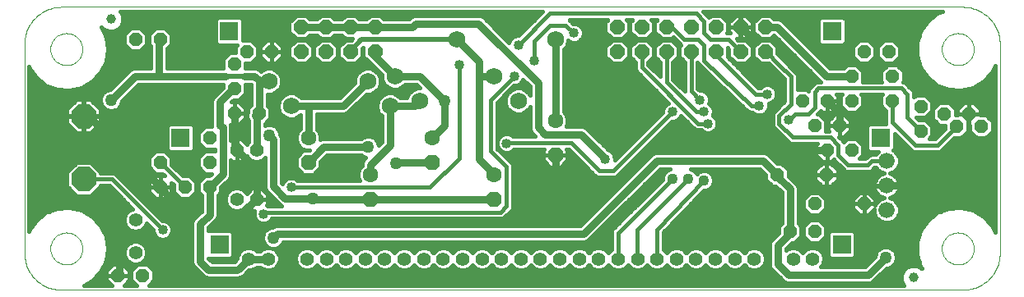
<source format=gtl>
G75*
G70*
%OFA0B0*%
%FSLAX24Y24*%
%IPPOS*%
%LPD*%
%AMOC8*
5,1,8,0,0,1.08239X$1,22.5*
%
%ADD10C,0.0000*%
%ADD11OC8,0.0560*%
%ADD12C,0.0560*%
%ADD13OC8,0.0630*%
%ADD14C,0.0630*%
%ADD15C,0.0680*%
%ADD16C,0.0555*%
%ADD17OC8,0.1000*%
%ADD18C,0.0660*%
%ADD19OC8,0.0600*%
%ADD20R,0.0760X0.0760*%
%ADD21C,0.0394*%
%ADD22C,0.0300*%
%ADD23C,0.0400*%
%ADD24C,0.0500*%
%ADD25C,0.0200*%
%ADD26C,0.0400*%
%ADD27C,0.0160*%
%ADD28C,0.0436*%
D10*
X001680Y000180D02*
X038180Y000180D01*
X038256Y000182D01*
X038332Y000188D01*
X038407Y000197D01*
X038482Y000211D01*
X038556Y000228D01*
X038629Y000249D01*
X038701Y000273D01*
X038772Y000302D01*
X038841Y000333D01*
X038908Y000368D01*
X038973Y000407D01*
X039037Y000449D01*
X039098Y000494D01*
X039157Y000542D01*
X039213Y000593D01*
X039267Y000647D01*
X039318Y000703D01*
X039366Y000762D01*
X039411Y000823D01*
X039453Y000887D01*
X039492Y000952D01*
X039527Y001019D01*
X039558Y001088D01*
X039587Y001159D01*
X039611Y001231D01*
X039632Y001304D01*
X039649Y001378D01*
X039663Y001453D01*
X039672Y001528D01*
X039678Y001604D01*
X039680Y001680D01*
X039680Y010176D01*
X039678Y010252D01*
X039672Y010328D01*
X039663Y010403D01*
X039649Y010478D01*
X039632Y010552D01*
X039611Y010625D01*
X039587Y010697D01*
X039558Y010768D01*
X039527Y010837D01*
X039492Y010904D01*
X039453Y010969D01*
X039411Y011033D01*
X039366Y011094D01*
X039318Y011153D01*
X039267Y011209D01*
X039213Y011263D01*
X039157Y011314D01*
X039098Y011362D01*
X039037Y011407D01*
X038973Y011449D01*
X038908Y011488D01*
X038841Y011523D01*
X038772Y011554D01*
X038701Y011583D01*
X038629Y011607D01*
X038556Y011628D01*
X038482Y011645D01*
X038407Y011659D01*
X038332Y011668D01*
X038256Y011674D01*
X038180Y011676D01*
X001680Y011676D01*
X001604Y011674D01*
X001528Y011668D01*
X001453Y011659D01*
X001378Y011645D01*
X001304Y011628D01*
X001231Y011607D01*
X001159Y011583D01*
X001088Y011554D01*
X001019Y011523D01*
X000952Y011488D01*
X000887Y011449D01*
X000823Y011407D01*
X000762Y011362D01*
X000703Y011314D01*
X000647Y011263D01*
X000593Y011209D01*
X000542Y011153D01*
X000494Y011094D01*
X000449Y011033D01*
X000407Y010969D01*
X000368Y010904D01*
X000333Y010837D01*
X000302Y010768D01*
X000273Y010697D01*
X000249Y010625D01*
X000228Y010552D01*
X000211Y010478D01*
X000197Y010403D01*
X000188Y010328D01*
X000182Y010252D01*
X000180Y010176D01*
X000180Y001680D01*
X000182Y001604D01*
X000188Y001528D01*
X000197Y001453D01*
X000211Y001378D01*
X000228Y001304D01*
X000249Y001231D01*
X000273Y001159D01*
X000302Y001088D01*
X000333Y001019D01*
X000368Y000952D01*
X000407Y000887D01*
X000449Y000823D01*
X000494Y000762D01*
X000542Y000703D01*
X000593Y000647D01*
X000647Y000593D01*
X000703Y000542D01*
X000762Y000494D01*
X000823Y000449D01*
X000887Y000407D01*
X000952Y000368D01*
X001019Y000333D01*
X001088Y000302D01*
X001159Y000273D01*
X001231Y000249D01*
X001304Y000228D01*
X001378Y000211D01*
X001453Y000197D01*
X001528Y000188D01*
X001604Y000182D01*
X001680Y000180D01*
X001230Y001860D02*
X001232Y001910D01*
X001238Y001960D01*
X001248Y002010D01*
X001261Y002058D01*
X001278Y002106D01*
X001299Y002152D01*
X001323Y002196D01*
X001351Y002238D01*
X001382Y002278D01*
X001416Y002315D01*
X001453Y002350D01*
X001492Y002381D01*
X001533Y002410D01*
X001577Y002435D01*
X001623Y002457D01*
X001670Y002475D01*
X001718Y002489D01*
X001767Y002500D01*
X001817Y002507D01*
X001867Y002510D01*
X001918Y002509D01*
X001968Y002504D01*
X002018Y002495D01*
X002066Y002483D01*
X002114Y002466D01*
X002160Y002446D01*
X002205Y002423D01*
X002248Y002396D01*
X002288Y002366D01*
X002326Y002333D01*
X002361Y002297D01*
X002394Y002258D01*
X002423Y002217D01*
X002449Y002174D01*
X002472Y002129D01*
X002491Y002082D01*
X002506Y002034D01*
X002518Y001985D01*
X002526Y001935D01*
X002530Y001885D01*
X002530Y001835D01*
X002526Y001785D01*
X002518Y001735D01*
X002506Y001686D01*
X002491Y001638D01*
X002472Y001591D01*
X002449Y001546D01*
X002423Y001503D01*
X002394Y001462D01*
X002361Y001423D01*
X002326Y001387D01*
X002288Y001354D01*
X002248Y001324D01*
X002205Y001297D01*
X002160Y001274D01*
X002114Y001254D01*
X002066Y001237D01*
X002018Y001225D01*
X001968Y001216D01*
X001918Y001211D01*
X001867Y001210D01*
X001817Y001213D01*
X001767Y001220D01*
X001718Y001231D01*
X001670Y001245D01*
X001623Y001263D01*
X001577Y001285D01*
X001533Y001310D01*
X001492Y001339D01*
X001453Y001370D01*
X001416Y001405D01*
X001382Y001442D01*
X001351Y001482D01*
X001323Y001524D01*
X001299Y001568D01*
X001278Y001614D01*
X001261Y001662D01*
X001248Y001710D01*
X001238Y001760D01*
X001232Y001810D01*
X001230Y001860D01*
X001230Y009960D02*
X001232Y010010D01*
X001238Y010060D01*
X001248Y010110D01*
X001261Y010158D01*
X001278Y010206D01*
X001299Y010252D01*
X001323Y010296D01*
X001351Y010338D01*
X001382Y010378D01*
X001416Y010415D01*
X001453Y010450D01*
X001492Y010481D01*
X001533Y010510D01*
X001577Y010535D01*
X001623Y010557D01*
X001670Y010575D01*
X001718Y010589D01*
X001767Y010600D01*
X001817Y010607D01*
X001867Y010610D01*
X001918Y010609D01*
X001968Y010604D01*
X002018Y010595D01*
X002066Y010583D01*
X002114Y010566D01*
X002160Y010546D01*
X002205Y010523D01*
X002248Y010496D01*
X002288Y010466D01*
X002326Y010433D01*
X002361Y010397D01*
X002394Y010358D01*
X002423Y010317D01*
X002449Y010274D01*
X002472Y010229D01*
X002491Y010182D01*
X002506Y010134D01*
X002518Y010085D01*
X002526Y010035D01*
X002530Y009985D01*
X002530Y009935D01*
X002526Y009885D01*
X002518Y009835D01*
X002506Y009786D01*
X002491Y009738D01*
X002472Y009691D01*
X002449Y009646D01*
X002423Y009603D01*
X002394Y009562D01*
X002361Y009523D01*
X002326Y009487D01*
X002288Y009454D01*
X002248Y009424D01*
X002205Y009397D01*
X002160Y009374D01*
X002114Y009354D01*
X002066Y009337D01*
X002018Y009325D01*
X001968Y009316D01*
X001918Y009311D01*
X001867Y009310D01*
X001817Y009313D01*
X001767Y009320D01*
X001718Y009331D01*
X001670Y009345D01*
X001623Y009363D01*
X001577Y009385D01*
X001533Y009410D01*
X001492Y009439D01*
X001453Y009470D01*
X001416Y009505D01*
X001382Y009542D01*
X001351Y009582D01*
X001323Y009624D01*
X001299Y009668D01*
X001278Y009714D01*
X001261Y009762D01*
X001248Y009810D01*
X001238Y009860D01*
X001232Y009910D01*
X001230Y009960D01*
X037330Y009960D02*
X037332Y010010D01*
X037338Y010060D01*
X037348Y010110D01*
X037361Y010158D01*
X037378Y010206D01*
X037399Y010252D01*
X037423Y010296D01*
X037451Y010338D01*
X037482Y010378D01*
X037516Y010415D01*
X037553Y010450D01*
X037592Y010481D01*
X037633Y010510D01*
X037677Y010535D01*
X037723Y010557D01*
X037770Y010575D01*
X037818Y010589D01*
X037867Y010600D01*
X037917Y010607D01*
X037967Y010610D01*
X038018Y010609D01*
X038068Y010604D01*
X038118Y010595D01*
X038166Y010583D01*
X038214Y010566D01*
X038260Y010546D01*
X038305Y010523D01*
X038348Y010496D01*
X038388Y010466D01*
X038426Y010433D01*
X038461Y010397D01*
X038494Y010358D01*
X038523Y010317D01*
X038549Y010274D01*
X038572Y010229D01*
X038591Y010182D01*
X038606Y010134D01*
X038618Y010085D01*
X038626Y010035D01*
X038630Y009985D01*
X038630Y009935D01*
X038626Y009885D01*
X038618Y009835D01*
X038606Y009786D01*
X038591Y009738D01*
X038572Y009691D01*
X038549Y009646D01*
X038523Y009603D01*
X038494Y009562D01*
X038461Y009523D01*
X038426Y009487D01*
X038388Y009454D01*
X038348Y009424D01*
X038305Y009397D01*
X038260Y009374D01*
X038214Y009354D01*
X038166Y009337D01*
X038118Y009325D01*
X038068Y009316D01*
X038018Y009311D01*
X037967Y009310D01*
X037917Y009313D01*
X037867Y009320D01*
X037818Y009331D01*
X037770Y009345D01*
X037723Y009363D01*
X037677Y009385D01*
X037633Y009410D01*
X037592Y009439D01*
X037553Y009470D01*
X037516Y009505D01*
X037482Y009542D01*
X037451Y009582D01*
X037423Y009624D01*
X037399Y009668D01*
X037378Y009714D01*
X037361Y009762D01*
X037348Y009810D01*
X037338Y009860D01*
X037332Y009910D01*
X037330Y009960D01*
X037330Y001860D02*
X037332Y001910D01*
X037338Y001960D01*
X037348Y002010D01*
X037361Y002058D01*
X037378Y002106D01*
X037399Y002152D01*
X037423Y002196D01*
X037451Y002238D01*
X037482Y002278D01*
X037516Y002315D01*
X037553Y002350D01*
X037592Y002381D01*
X037633Y002410D01*
X037677Y002435D01*
X037723Y002457D01*
X037770Y002475D01*
X037818Y002489D01*
X037867Y002500D01*
X037917Y002507D01*
X037967Y002510D01*
X038018Y002509D01*
X038068Y002504D01*
X038118Y002495D01*
X038166Y002483D01*
X038214Y002466D01*
X038260Y002446D01*
X038305Y002423D01*
X038348Y002396D01*
X038388Y002366D01*
X038426Y002333D01*
X038461Y002297D01*
X038494Y002258D01*
X038523Y002217D01*
X038549Y002174D01*
X038572Y002129D01*
X038591Y002082D01*
X038606Y002034D01*
X038618Y001985D01*
X038626Y001935D01*
X038630Y001885D01*
X038630Y001835D01*
X038626Y001785D01*
X038618Y001735D01*
X038606Y001686D01*
X038591Y001638D01*
X038572Y001591D01*
X038549Y001546D01*
X038523Y001503D01*
X038494Y001462D01*
X038461Y001423D01*
X038426Y001387D01*
X038388Y001354D01*
X038348Y001324D01*
X038305Y001297D01*
X038260Y001274D01*
X038214Y001254D01*
X038166Y001237D01*
X038118Y001225D01*
X038068Y001216D01*
X038018Y001211D01*
X037967Y001210D01*
X037917Y001213D01*
X037867Y001220D01*
X037818Y001231D01*
X037770Y001245D01*
X037723Y001263D01*
X037677Y001285D01*
X037633Y001310D01*
X037592Y001339D01*
X037553Y001370D01*
X037516Y001405D01*
X037482Y001442D01*
X037451Y001482D01*
X037423Y001524D01*
X037399Y001568D01*
X037378Y001614D01*
X037361Y001662D01*
X037348Y001710D01*
X037338Y001760D01*
X037332Y001810D01*
X037330Y001860D01*
D11*
X032180Y002560D03*
X031180Y002560D03*
X032180Y003680D03*
X034180Y003680D03*
X032660Y004860D03*
X030660Y004860D03*
X032680Y005860D03*
X033680Y005860D03*
X036480Y006640D03*
X037930Y006830D03*
X038930Y006830D03*
X038430Y007330D03*
X037430Y007330D03*
X036480Y007640D03*
X035320Y007860D03*
X033680Y007860D03*
X032680Y007860D03*
X031680Y007860D03*
X033680Y008860D03*
X035320Y008860D03*
X035180Y009860D03*
X034180Y009860D03*
X033180Y006860D03*
X032180Y006860D03*
X010180Y009860D03*
X009180Y009860D03*
X008680Y009360D03*
X008680Y008360D03*
X008680Y007360D03*
X009680Y007360D03*
X007680Y006360D03*
X008780Y005860D03*
X007680Y005360D03*
X005680Y005360D03*
X005680Y004360D03*
X006680Y004360D03*
X007680Y004360D03*
X009580Y003860D03*
X004960Y000760D03*
X003960Y000760D03*
X004680Y010360D03*
X005680Y010360D03*
D12*
X009580Y005860D03*
X008780Y003860D03*
X009263Y001439D03*
X010050Y001439D03*
X011625Y001439D03*
X012412Y001439D03*
X013200Y001439D03*
X013987Y001439D03*
X014774Y001439D03*
X015562Y001439D03*
X016349Y001439D03*
X017137Y001439D03*
X017924Y001439D03*
X018711Y001439D03*
X019499Y001439D03*
X020286Y001439D03*
X021074Y001439D03*
X021861Y001439D03*
X022649Y001439D03*
X023436Y001439D03*
X024223Y001439D03*
X025011Y001439D03*
X025798Y001439D03*
X026586Y001439D03*
X027373Y001439D03*
X028160Y001439D03*
X028948Y001439D03*
X029735Y001439D03*
X031310Y001439D03*
X032097Y001439D03*
D13*
X019180Y003860D03*
X016680Y005360D03*
X011680Y005360D03*
X014180Y003860D03*
X021680Y005660D03*
D14*
X019180Y004860D03*
X016680Y006360D03*
X011680Y006360D03*
X014180Y004860D03*
X021680Y007060D03*
D15*
X020180Y007860D03*
X019180Y008860D03*
X016180Y007860D03*
X014980Y007660D03*
X014080Y008660D03*
X015180Y008860D03*
X010980Y007660D03*
X010080Y008660D03*
X017680Y010360D03*
X021680Y010360D03*
D16*
X004680Y003029D03*
X004680Y001691D03*
D17*
X002580Y004680D03*
X002580Y007240D03*
D18*
X035105Y005420D03*
X035105Y004420D03*
X035105Y003420D03*
D19*
X030180Y009860D03*
X029180Y009860D03*
X028180Y009860D03*
X027180Y009860D03*
X026180Y009860D03*
X025180Y009860D03*
X024180Y009860D03*
X024180Y010860D03*
X025180Y010860D03*
X026180Y010860D03*
X027180Y010860D03*
X028180Y010860D03*
X029180Y010860D03*
X030180Y010860D03*
X014380Y010860D03*
X013380Y010860D03*
X012380Y010860D03*
X011380Y010860D03*
X011380Y009860D03*
X012380Y009860D03*
X013380Y009860D03*
X014380Y009860D03*
D20*
X008475Y010691D03*
X006507Y006360D03*
X008082Y002029D03*
X033278Y002029D03*
X034853Y006360D03*
X032885Y010691D03*
D21*
X003680Y011180D03*
X036180Y000680D03*
D22*
X035060Y001500D02*
X034360Y000800D01*
X031120Y000800D01*
X030680Y001240D01*
X030680Y001980D01*
X030880Y002180D01*
X031260Y002560D01*
X031180Y002560D01*
X031180Y004280D01*
X030660Y004800D01*
X030660Y004860D01*
X030100Y005420D01*
X028740Y005420D01*
X028660Y005420D01*
X028740Y005420D01*
X028660Y005420D01*
X028740Y005420D01*
X028660Y005420D01*
X025780Y005420D01*
X022820Y002460D01*
X022260Y002460D01*
X010420Y002460D01*
X010260Y002300D01*
X010100Y002780D02*
X009620Y002780D01*
X009300Y003100D01*
X009300Y003580D01*
X009580Y003860D01*
X009580Y005060D01*
X008780Y005860D01*
X008680Y005960D01*
X008680Y007360D01*
X009580Y007260D02*
X009580Y005860D01*
X010100Y006460D02*
X010260Y006300D01*
X010260Y004380D01*
X010740Y003900D01*
X011860Y003900D01*
X011900Y003860D01*
X014180Y003860D01*
X019180Y003860D01*
X019700Y002940D02*
X021040Y004280D01*
X021780Y004280D01*
X021680Y004380D01*
X021680Y005660D01*
X022740Y006490D02*
X023700Y005530D01*
X023700Y005500D01*
X022900Y004860D02*
X022320Y004280D01*
X021780Y004280D01*
X019180Y004860D02*
X019180Y004900D01*
X018580Y005500D01*
X018580Y008860D01*
X018580Y009460D01*
X017680Y010360D01*
X018560Y011000D02*
X016040Y011000D01*
X015900Y010860D01*
X014380Y010860D01*
X013380Y010860D01*
X012380Y010860D01*
X011380Y010860D01*
X014380Y009860D02*
X014380Y009660D01*
X015180Y008860D01*
X016180Y008860D01*
X017180Y007860D01*
X017180Y006860D01*
X016680Y006360D01*
X014980Y006060D02*
X014180Y005260D01*
X014180Y004860D01*
X015220Y005340D02*
X015240Y005360D01*
X016680Y005360D01*
X014980Y006060D02*
X014980Y007660D01*
X015980Y007660D01*
X016180Y007860D01*
X014080Y008660D02*
X013080Y007660D01*
X012580Y007660D01*
X011680Y007660D01*
X011680Y006360D01*
X012300Y005980D02*
X011680Y005360D01*
X012300Y005980D02*
X014100Y005980D01*
X009680Y007360D02*
X009680Y008680D01*
X009500Y008860D01*
X009280Y008860D01*
X009080Y008860D01*
X009680Y008680D02*
X010060Y008680D01*
X010080Y008660D01*
X008640Y008360D02*
X008100Y007820D01*
X008100Y006860D01*
X008210Y006780D01*
X008210Y004890D01*
X007680Y004360D01*
X007680Y003240D01*
X007300Y002860D01*
X007300Y002220D01*
X007300Y001340D01*
X007640Y001000D01*
X007860Y001000D01*
X008180Y001000D01*
X008800Y001000D01*
X008820Y001020D01*
X008844Y001020D01*
X009263Y001439D01*
X010050Y001439D01*
X006260Y002380D02*
X005940Y002060D01*
X005460Y002060D01*
X005300Y002220D01*
X005220Y002300D01*
X004420Y002300D01*
X004020Y001900D01*
X004020Y000820D01*
X003960Y000760D01*
X006260Y002380D02*
X006260Y003740D01*
X005680Y004320D01*
X005680Y004360D01*
X002800Y007240D01*
X002580Y007240D01*
X003700Y007900D02*
X004660Y008860D01*
X005620Y008860D01*
X008340Y008860D01*
X005620Y008860D02*
X005620Y010300D01*
X005680Y010360D01*
X010980Y007660D02*
X011680Y007660D01*
X018580Y008860D02*
X019180Y008860D01*
X020980Y008580D02*
X018560Y011000D01*
X021680Y010360D02*
X021680Y007060D01*
X021270Y006490D02*
X020980Y006780D01*
X020980Y008580D01*
X023380Y009980D02*
X023780Y010360D01*
X023380Y009980D02*
X023380Y006780D01*
X023860Y006300D01*
X022740Y006490D02*
X021300Y006490D01*
X021270Y006490D01*
X029680Y009360D02*
X029940Y009100D01*
X030420Y009100D01*
X030580Y008940D01*
X030820Y008700D01*
X030820Y008300D01*
X030820Y007900D01*
X030660Y007740D01*
X030360Y007440D01*
X030360Y006720D01*
X031220Y005860D01*
X032680Y005860D01*
X033180Y006860D02*
X033180Y007360D01*
X032680Y007860D01*
X032660Y008860D02*
X033680Y008860D01*
X032660Y008860D02*
X030660Y010860D01*
X030180Y010860D01*
X029680Y010360D02*
X029180Y010860D01*
X037100Y004420D02*
X038420Y005740D01*
X037100Y004420D02*
X035105Y004420D01*
X019700Y002940D02*
X010260Y002940D01*
X010100Y002780D01*
D23*
X009580Y007260D02*
X009680Y007360D01*
D24*
X010100Y006460D03*
X014100Y005980D03*
X015220Y005340D03*
X011860Y003900D03*
X010260Y002300D03*
X022900Y004860D03*
X023860Y006300D03*
X017180Y007860D03*
X003700Y007900D03*
X035060Y001500D03*
D25*
X038420Y005740D02*
X038420Y007320D01*
X038430Y007330D01*
X029680Y009360D02*
X029680Y010360D01*
X026680Y010140D02*
X026680Y009500D01*
X026680Y010140D02*
X026460Y010360D01*
X023780Y010360D01*
X017680Y010360D02*
X013840Y010360D01*
X013380Y009900D01*
X009080Y008860D02*
X008340Y008860D01*
D26*
X017780Y009340D03*
X020020Y008860D03*
X020820Y009500D03*
X020180Y010140D03*
X022440Y010620D03*
X026680Y009500D03*
X030260Y008140D03*
X029940Y007660D03*
X031140Y007100D03*
X027860Y006940D03*
X027700Y007420D03*
X026420Y007420D03*
X027540Y007900D03*
X023700Y005500D03*
X019700Y006140D03*
X010980Y004360D03*
X009860Y003260D03*
X005780Y002620D03*
D27*
X003720Y004680D01*
X002580Y004680D01*
X001900Y004638D02*
X000360Y004638D01*
X000360Y004797D02*
X001900Y004797D01*
X001900Y004955D02*
X000360Y004955D01*
X000360Y005114D02*
X002051Y005114D01*
X002210Y005272D02*
X000360Y005272D01*
X000360Y005431D02*
X005220Y005431D01*
X005220Y005551D02*
X005220Y005169D01*
X005489Y004900D01*
X005772Y004900D01*
X005852Y004820D01*
X005680Y004820D01*
X005680Y004360D01*
X005680Y004360D01*
X006140Y004360D01*
X006140Y004532D01*
X006220Y004452D01*
X006220Y004169D01*
X006489Y003900D01*
X006871Y003900D01*
X007140Y004169D01*
X007140Y004551D01*
X006871Y004820D01*
X006588Y004820D01*
X006140Y005268D01*
X006140Y005551D01*
X005871Y005820D01*
X005489Y005820D01*
X005220Y005551D01*
X005259Y005589D02*
X000360Y005589D01*
X000360Y005748D02*
X005417Y005748D01*
X005943Y005748D02*
X007417Y005748D01*
X007489Y005820D02*
X007220Y005551D01*
X007220Y005169D01*
X007489Y004900D01*
X007753Y004900D01*
X007673Y004820D01*
X007489Y004820D01*
X007220Y004551D01*
X007220Y004169D01*
X007350Y004039D01*
X007350Y003377D01*
X007020Y003047D01*
X006970Y002926D01*
X006970Y001274D01*
X007020Y001153D01*
X007113Y001060D01*
X007453Y000720D01*
X007574Y000670D01*
X008866Y000670D01*
X008987Y000720D01*
X008990Y000723D01*
X009031Y000740D01*
X009269Y000979D01*
X009354Y000979D01*
X009523Y001049D01*
X009583Y001109D01*
X009730Y001109D01*
X009790Y001049D01*
X009959Y000979D01*
X010142Y000979D01*
X010311Y001049D01*
X010440Y001178D01*
X010510Y001347D01*
X010510Y001530D01*
X010440Y001699D01*
X010311Y001829D01*
X010211Y001870D01*
X010346Y001870D01*
X010504Y001935D01*
X010625Y002056D01*
X010655Y002130D01*
X022886Y002130D01*
X023007Y002180D01*
X025917Y005090D01*
X026321Y005090D01*
X026194Y005038D01*
X026082Y004926D01*
X026022Y004779D01*
X026022Y004670D01*
X024003Y002651D01*
X023963Y002555D01*
X023963Y001829D01*
X023963Y001829D01*
X023833Y001699D01*
X023830Y001690D01*
X023826Y001699D01*
X023696Y001829D01*
X023527Y001899D01*
X023344Y001899D01*
X023175Y001829D01*
X023046Y001699D01*
X023042Y001690D01*
X023038Y001699D01*
X022909Y001829D01*
X022740Y001899D01*
X022557Y001899D01*
X022388Y001829D01*
X022259Y001699D01*
X022255Y001690D01*
X022251Y001699D01*
X022122Y001829D01*
X021953Y001899D01*
X021770Y001899D01*
X021601Y001829D01*
X021471Y001699D01*
X021467Y001690D01*
X021464Y001699D01*
X021334Y001829D01*
X021165Y001899D01*
X020982Y001899D01*
X020813Y001829D01*
X020684Y001699D01*
X020680Y001690D01*
X020676Y001699D01*
X020547Y001829D01*
X020378Y001899D01*
X020195Y001899D01*
X020026Y001829D01*
X019896Y001699D01*
X019893Y001690D01*
X019889Y001699D01*
X019759Y001829D01*
X019590Y001899D01*
X019407Y001899D01*
X019238Y001829D01*
X019109Y001699D01*
X019105Y001690D01*
X019101Y001699D01*
X018972Y001829D01*
X018803Y001899D01*
X018620Y001899D01*
X018451Y001829D01*
X018322Y001699D01*
X018318Y001690D01*
X018314Y001699D01*
X018185Y001829D01*
X018016Y001899D01*
X017833Y001899D01*
X017664Y001829D01*
X017534Y001699D01*
X017530Y001690D01*
X017527Y001699D01*
X017397Y001829D01*
X017228Y001899D01*
X017045Y001899D01*
X016876Y001829D01*
X016747Y001699D01*
X016743Y001690D01*
X016739Y001699D01*
X016610Y001829D01*
X016441Y001899D01*
X016258Y001899D01*
X016089Y001829D01*
X015959Y001699D01*
X015956Y001690D01*
X015952Y001699D01*
X015822Y001829D01*
X015653Y001899D01*
X015470Y001899D01*
X015301Y001829D01*
X015172Y001699D01*
X015168Y001690D01*
X015164Y001699D01*
X015035Y001829D01*
X014866Y001899D01*
X014683Y001899D01*
X014514Y001829D01*
X014385Y001699D01*
X014381Y001690D01*
X014377Y001699D01*
X014248Y001829D01*
X014079Y001899D01*
X013896Y001899D01*
X013727Y001829D01*
X013597Y001699D01*
X013593Y001690D01*
X013590Y001699D01*
X013460Y001829D01*
X013291Y001899D01*
X013108Y001899D01*
X012939Y001829D01*
X012810Y001699D01*
X012806Y001690D01*
X012802Y001699D01*
X012673Y001829D01*
X012504Y001899D01*
X012321Y001899D01*
X012152Y001829D01*
X012022Y001699D01*
X012019Y001690D01*
X012015Y001699D01*
X011885Y001829D01*
X011716Y001899D01*
X011533Y001899D01*
X011364Y001829D01*
X011235Y001699D01*
X011165Y001530D01*
X011165Y001347D01*
X011235Y001178D01*
X011364Y001049D01*
X011533Y000979D01*
X011716Y000979D01*
X011885Y001049D01*
X012015Y001178D01*
X012019Y001187D01*
X012022Y001178D01*
X012152Y001049D01*
X012321Y000979D01*
X012504Y000979D01*
X012673Y001049D01*
X012802Y001178D01*
X012806Y001187D01*
X012810Y001178D01*
X012939Y001049D01*
X013108Y000979D01*
X013291Y000979D01*
X013460Y001049D01*
X013590Y001178D01*
X013593Y001187D01*
X013597Y001178D01*
X013727Y001049D01*
X013896Y000979D01*
X014079Y000979D01*
X014248Y001049D01*
X014377Y001178D01*
X014381Y001187D01*
X014385Y001178D01*
X014514Y001049D01*
X014683Y000979D01*
X014866Y000979D01*
X015035Y001049D01*
X015164Y001178D01*
X015168Y001187D01*
X015172Y001178D01*
X015301Y001049D01*
X015470Y000979D01*
X015653Y000979D01*
X015822Y001049D01*
X015952Y001178D01*
X015956Y001187D01*
X015959Y001178D01*
X016089Y001049D01*
X016258Y000979D01*
X016441Y000979D01*
X016610Y001049D01*
X016739Y001178D01*
X016743Y001187D01*
X016747Y001178D01*
X016876Y001049D01*
X017045Y000979D01*
X017228Y000979D01*
X017397Y001049D01*
X017527Y001178D01*
X017530Y001187D01*
X017534Y001178D01*
X017664Y001049D01*
X017833Y000979D01*
X018016Y000979D01*
X018185Y001049D01*
X018314Y001178D01*
X018318Y001187D01*
X018322Y001178D01*
X018451Y001049D01*
X018620Y000979D01*
X018803Y000979D01*
X018972Y001049D01*
X019101Y001178D01*
X019105Y001187D01*
X019109Y001178D01*
X019238Y001049D01*
X019407Y000979D01*
X019590Y000979D01*
X019759Y001049D01*
X019889Y001178D01*
X019893Y001187D01*
X019896Y001178D01*
X020026Y001049D01*
X020195Y000979D01*
X020378Y000979D01*
X020547Y001049D01*
X020676Y001178D01*
X020680Y001187D01*
X020684Y001178D01*
X020813Y001049D01*
X020982Y000979D01*
X021165Y000979D01*
X021334Y001049D01*
X021464Y001178D01*
X021467Y001187D01*
X021471Y001178D01*
X021601Y001049D01*
X021770Y000979D01*
X021953Y000979D01*
X022122Y001049D01*
X022251Y001178D01*
X022255Y001187D01*
X022259Y001178D01*
X022388Y001049D01*
X022557Y000979D01*
X022740Y000979D01*
X022909Y001049D01*
X023038Y001178D01*
X023042Y001187D01*
X023046Y001178D01*
X023175Y001049D01*
X023344Y000979D01*
X023527Y000979D01*
X023696Y001049D01*
X023826Y001178D01*
X023830Y001187D01*
X023833Y001178D01*
X023963Y001049D01*
X024132Y000979D01*
X024315Y000979D01*
X024484Y001049D01*
X024613Y001178D01*
X024617Y001187D01*
X024621Y001178D01*
X024750Y001049D01*
X024919Y000979D01*
X025102Y000979D01*
X025271Y001049D01*
X025401Y001178D01*
X025404Y001187D01*
X025408Y001178D01*
X025538Y001049D01*
X025707Y000979D01*
X025890Y000979D01*
X026059Y001049D01*
X026188Y001178D01*
X026192Y001187D01*
X026196Y001178D01*
X026325Y001049D01*
X026494Y000979D01*
X026677Y000979D01*
X026846Y001049D01*
X026975Y001178D01*
X026979Y001187D01*
X026983Y001178D01*
X027112Y001049D01*
X027281Y000979D01*
X027464Y000979D01*
X027633Y001049D01*
X027763Y001178D01*
X027767Y001187D01*
X027770Y001178D01*
X027900Y001049D01*
X028069Y000979D01*
X028252Y000979D01*
X028421Y001049D01*
X028550Y001178D01*
X028554Y001187D01*
X028558Y001178D01*
X028687Y001049D01*
X028856Y000979D01*
X029039Y000979D01*
X029208Y001049D01*
X029338Y001178D01*
X029341Y001187D01*
X029345Y001178D01*
X029475Y001049D01*
X029644Y000979D01*
X029827Y000979D01*
X029996Y001049D01*
X030125Y001178D01*
X030195Y001347D01*
X030195Y001530D01*
X030125Y001699D01*
X029996Y001829D01*
X029827Y001899D01*
X029644Y001899D01*
X029475Y001829D01*
X029345Y001699D01*
X029341Y001690D01*
X029338Y001699D01*
X029208Y001829D01*
X029039Y001899D01*
X028856Y001899D01*
X028687Y001829D01*
X028558Y001699D01*
X028554Y001690D01*
X028550Y001699D01*
X028421Y001829D01*
X028252Y001899D01*
X028069Y001899D01*
X027900Y001829D01*
X027770Y001699D01*
X027767Y001690D01*
X027763Y001699D01*
X027633Y001829D01*
X027464Y001899D01*
X027281Y001899D01*
X027112Y001829D01*
X026983Y001699D01*
X026979Y001690D01*
X026975Y001699D01*
X026846Y001829D01*
X026677Y001899D01*
X026494Y001899D01*
X026325Y001829D01*
X026196Y001699D01*
X026192Y001690D01*
X026188Y001699D01*
X026059Y001829D01*
X026058Y001829D01*
X026058Y002534D01*
X027678Y004222D01*
X027779Y004222D01*
X027926Y004282D01*
X028038Y004394D01*
X028098Y004541D01*
X028098Y004699D01*
X028038Y004846D01*
X027926Y004958D01*
X027779Y005018D01*
X027621Y005018D01*
X027474Y004958D01*
X027411Y004894D01*
X027398Y004926D01*
X027286Y005038D01*
X027159Y005090D01*
X029963Y005090D01*
X030200Y004853D01*
X030200Y004669D01*
X030469Y004400D01*
X030593Y004400D01*
X030850Y004143D01*
X030850Y002881D01*
X030720Y002751D01*
X030720Y002487D01*
X030693Y002460D01*
X030493Y002260D01*
X030400Y002167D01*
X030350Y002046D01*
X030350Y001174D01*
X030400Y001053D01*
X030933Y000520D01*
X031054Y000470D01*
X034426Y000470D01*
X034547Y000520D01*
X034640Y000613D01*
X035097Y001070D01*
X035146Y001070D01*
X035304Y001135D01*
X035425Y001256D01*
X035490Y001414D01*
X035490Y001586D01*
X035425Y001744D01*
X035304Y001865D01*
X035146Y001930D01*
X034974Y001930D01*
X034816Y001865D01*
X034695Y001744D01*
X034630Y001586D01*
X034630Y001537D01*
X034223Y001130D01*
X032439Y001130D01*
X032487Y001178D01*
X032557Y001347D01*
X032557Y001530D01*
X032487Y001699D01*
X032358Y001829D01*
X032189Y001899D01*
X032006Y001899D01*
X031837Y001829D01*
X031707Y001699D01*
X031704Y001690D01*
X031700Y001699D01*
X031570Y001829D01*
X031401Y001899D01*
X031218Y001899D01*
X031049Y001829D01*
X031010Y001789D01*
X031010Y001843D01*
X031160Y001993D01*
X031267Y002100D01*
X031371Y002100D01*
X031640Y002369D01*
X031640Y002751D01*
X031510Y002881D01*
X031510Y004346D01*
X031460Y004467D01*
X031367Y004560D01*
X031120Y004807D01*
X031120Y005051D01*
X030851Y005320D01*
X030667Y005320D01*
X030287Y005700D01*
X030166Y005750D01*
X025714Y005750D01*
X025593Y005700D01*
X025500Y005607D01*
X022683Y002790D01*
X010354Y002790D01*
X010233Y002740D01*
X010223Y002730D01*
X010174Y002730D01*
X010016Y002665D01*
X009895Y002544D01*
X009830Y002386D01*
X009830Y002214D01*
X009895Y002056D01*
X010016Y001935D01*
X010105Y001899D01*
X009959Y001899D01*
X009790Y001829D01*
X009730Y001769D01*
X009583Y001769D01*
X009523Y001829D01*
X009354Y001899D01*
X009171Y001899D01*
X009002Y001829D01*
X008873Y001699D01*
X008803Y001530D01*
X008803Y001445D01*
X008687Y001330D01*
X007777Y001330D01*
X007637Y001469D01*
X008536Y001469D01*
X008642Y001575D01*
X008642Y002484D01*
X008536Y002589D01*
X007630Y002589D01*
X007630Y002723D01*
X007960Y003053D01*
X008010Y003174D01*
X008010Y004039D01*
X008140Y004169D01*
X008140Y004353D01*
X008490Y004703D01*
X008540Y004824D01*
X008540Y005449D01*
X008589Y005400D01*
X008780Y005400D01*
X008971Y005400D01*
X009184Y005614D01*
X009190Y005599D01*
X009319Y005470D01*
X009488Y005400D01*
X009671Y005400D01*
X009841Y005470D01*
X009930Y005559D01*
X009930Y004314D01*
X009980Y004193D01*
X010553Y003620D01*
X010602Y003600D01*
X010032Y003600D01*
X009989Y003618D01*
X010040Y003669D01*
X010040Y003860D01*
X010040Y004051D01*
X009771Y004320D01*
X009580Y004320D01*
X009580Y003860D01*
X009580Y003860D01*
X010040Y003860D01*
X009580Y003860D01*
X009580Y003860D01*
X009580Y004320D01*
X009389Y004320D01*
X009176Y004106D01*
X009170Y004121D01*
X009041Y004250D01*
X008871Y004320D01*
X008688Y004320D01*
X008519Y004250D01*
X008390Y004121D01*
X008320Y003951D01*
X008320Y003768D01*
X008390Y003599D01*
X008519Y003470D01*
X008688Y003400D01*
X008871Y003400D01*
X009041Y003470D01*
X009170Y003599D01*
X009176Y003614D01*
X009389Y003400D01*
X009507Y003400D01*
X009480Y003336D01*
X009480Y003184D01*
X009538Y003045D01*
X009645Y002938D01*
X009784Y002880D01*
X009936Y002880D01*
X010075Y002938D01*
X010182Y003045D01*
X010197Y003080D01*
X019512Y003080D01*
X019607Y003120D01*
X019680Y003193D01*
X019920Y003433D01*
X019960Y003528D01*
X019960Y005232D01*
X019920Y005327D01*
X019847Y005400D01*
X019320Y005928D01*
X019320Y007792D01*
X019840Y008313D01*
X020008Y008480D01*
X020096Y008480D01*
X020235Y008538D01*
X020342Y008645D01*
X020373Y008720D01*
X020650Y008443D01*
X020650Y008084D01*
X020621Y008155D01*
X020475Y008301D01*
X020283Y008380D01*
X020077Y008380D01*
X019885Y008301D01*
X019739Y008155D01*
X019660Y007963D01*
X019660Y007757D01*
X019739Y007565D01*
X019885Y007419D01*
X020077Y007340D01*
X020283Y007340D01*
X020475Y007419D01*
X020621Y007565D01*
X020650Y007636D01*
X020650Y006714D01*
X020700Y006593D01*
X020873Y006420D01*
X019957Y006420D01*
X019915Y006462D01*
X019776Y006520D01*
X019624Y006520D01*
X019485Y006462D01*
X019378Y006355D01*
X019320Y006216D01*
X019320Y006064D01*
X019378Y005925D01*
X019485Y005818D01*
X019624Y005760D01*
X019776Y005760D01*
X019915Y005818D01*
X019997Y005900D01*
X021220Y005900D01*
X021185Y005865D01*
X021185Y005660D01*
X021680Y005660D01*
X022175Y005660D01*
X022175Y005865D01*
X022140Y005900D01*
X022212Y005900D01*
X022600Y005513D01*
X022760Y005353D01*
X023240Y004873D01*
X023313Y004800D01*
X023408Y004760D01*
X024072Y004760D01*
X024167Y004800D01*
X024487Y005120D01*
X026408Y007040D01*
X026496Y007040D01*
X026635Y007098D01*
X026742Y007205D01*
X026767Y007265D01*
X027240Y006793D01*
X027313Y006720D01*
X027408Y006680D01*
X027583Y006680D01*
X027645Y006618D01*
X027784Y006560D01*
X027936Y006560D01*
X028075Y006618D01*
X028182Y006725D01*
X028240Y006864D01*
X028240Y007016D01*
X028182Y007155D01*
X028075Y007262D01*
X028050Y007273D01*
X028080Y007344D01*
X028080Y007496D01*
X028022Y007635D01*
X027915Y007742D01*
X027890Y007753D01*
X027920Y007824D01*
X027920Y007976D01*
X027862Y008115D01*
X027755Y008222D01*
X027616Y008280D01*
X027528Y008280D01*
X027440Y008368D01*
X027440Y009441D01*
X027441Y009442D01*
X027461Y009398D01*
X027480Y009353D01*
X027482Y009351D01*
X027483Y009348D01*
X027518Y009314D01*
X027553Y009280D01*
X027555Y009278D01*
X029438Y007474D01*
X029473Y007440D01*
X029475Y007438D01*
X029477Y007436D01*
X029523Y007419D01*
X029568Y007400D01*
X029571Y007400D01*
X029574Y007399D01*
X029623Y007400D01*
X029663Y007400D01*
X029725Y007338D01*
X029864Y007280D01*
X030016Y007280D01*
X030155Y007338D01*
X030262Y007445D01*
X030320Y007584D01*
X030320Y007736D01*
X030310Y007760D01*
X030336Y007760D01*
X030475Y007818D01*
X030582Y007925D01*
X030640Y008064D01*
X030640Y008216D01*
X030582Y008355D01*
X030475Y008462D01*
X030336Y008520D01*
X030184Y008520D01*
X030045Y008462D01*
X029983Y008400D01*
X029888Y008400D01*
X028643Y009644D01*
X028660Y009661D01*
X028660Y010012D01*
X028700Y009972D01*
X028700Y009661D01*
X028981Y009380D01*
X029379Y009380D01*
X029660Y009661D01*
X029660Y010059D01*
X029379Y010340D01*
X029068Y010340D01*
X029028Y010380D01*
X029170Y010380D01*
X029170Y010850D01*
X028700Y010850D01*
X028700Y010661D01*
X028660Y010661D01*
X028660Y011059D01*
X028379Y011340D01*
X027981Y011340D01*
X027904Y011263D01*
X027672Y011496D01*
X037347Y011496D01*
X037140Y011415D01*
X036748Y011103D01*
X036466Y010689D01*
X036319Y010210D01*
X036319Y009710D01*
X035640Y009710D01*
X035640Y009669D02*
X035371Y009400D01*
X034989Y009400D01*
X034720Y009669D01*
X034720Y010051D01*
X034989Y010320D01*
X035371Y010320D01*
X035640Y010051D01*
X035640Y009669D01*
X035522Y009552D02*
X036368Y009552D01*
X036319Y009710D02*
X036466Y009231D01*
X036748Y008817D01*
X036748Y008817D01*
X036748Y008817D01*
X037140Y008505D01*
X037606Y008322D01*
X038106Y008285D01*
X038594Y008396D01*
X038594Y008396D01*
X039027Y008647D01*
X039368Y009014D01*
X039500Y009288D01*
X039500Y002532D01*
X039368Y002806D01*
X039368Y002806D01*
X039027Y003173D01*
X038594Y003424D01*
X038594Y003424D01*
X038106Y003535D01*
X038106Y003535D01*
X037606Y003498D01*
X037140Y003315D01*
X036748Y003003D01*
X036466Y002589D01*
X036319Y002110D01*
X036319Y001610D01*
X036466Y001131D01*
X036525Y001046D01*
X036501Y001062D01*
X036477Y001087D01*
X036466Y001087D01*
X036464Y001088D01*
X036461Y001098D01*
X036430Y001112D01*
X036401Y001132D01*
X036391Y001130D01*
X036389Y001131D01*
X036384Y001140D01*
X036351Y001149D01*
X036320Y001164D01*
X036310Y001160D01*
X036308Y001161D01*
X036301Y001169D01*
X036267Y001172D01*
X036234Y001180D01*
X036225Y001175D01*
X036222Y001175D01*
X036214Y001182D01*
X036180Y001179D01*
X036146Y001182D01*
X036138Y001175D01*
X036135Y001175D01*
X036126Y001180D01*
X036093Y001172D01*
X036059Y001169D01*
X036052Y001161D01*
X036050Y001160D01*
X036040Y001164D01*
X036009Y001149D01*
X035976Y001140D01*
X035971Y001131D01*
X035969Y001130D01*
X035959Y001132D01*
X035930Y001112D01*
X035899Y001098D01*
X035896Y001088D01*
X035894Y001087D01*
X035883Y001087D01*
X035859Y001062D01*
X035831Y001043D01*
X035829Y001032D01*
X035828Y001031D01*
X035817Y001029D01*
X035798Y001001D01*
X035773Y000977D01*
X035773Y000966D01*
X035772Y000964D01*
X035762Y000961D01*
X035748Y000930D01*
X035728Y000901D01*
X035730Y000891D01*
X035729Y000889D01*
X035720Y000884D01*
X035711Y000851D01*
X035696Y000820D01*
X035700Y000810D01*
X035699Y000808D01*
X035691Y000801D01*
X035688Y000767D01*
X035680Y000734D01*
X035685Y000725D01*
X035685Y000722D01*
X035678Y000714D01*
X035681Y000680D01*
X035678Y000646D01*
X035685Y000638D01*
X035685Y000635D01*
X035680Y000626D01*
X035688Y000593D01*
X035691Y000559D01*
X035699Y000552D01*
X035700Y000550D01*
X035696Y000540D01*
X035711Y000509D01*
X035720Y000476D01*
X035729Y000471D01*
X035730Y000469D01*
X035728Y000459D01*
X035748Y000430D01*
X035762Y000399D01*
X035772Y000396D01*
X035773Y000394D01*
X035773Y000383D01*
X035797Y000360D01*
X005211Y000360D01*
X005420Y000569D01*
X005420Y000951D01*
X005151Y001220D01*
X004769Y001220D01*
X004500Y000951D01*
X004500Y000569D01*
X004709Y000360D01*
X004211Y000360D01*
X004420Y000569D01*
X004420Y000760D01*
X004420Y000951D01*
X004151Y001220D01*
X003960Y001220D01*
X003960Y000760D01*
X003960Y000760D01*
X004420Y000760D01*
X003960Y000760D01*
X003960Y000760D01*
X003960Y000760D01*
X003500Y000760D01*
X003500Y000951D01*
X003769Y001220D01*
X003960Y001220D01*
X003960Y000760D01*
X003500Y000760D01*
X003500Y000569D01*
X003709Y000360D01*
X002604Y000360D01*
X002927Y000547D01*
X002927Y000547D01*
X003268Y000914D01*
X003485Y001365D01*
X003560Y001860D01*
X003485Y002355D01*
X003268Y002806D01*
X002927Y003173D01*
X002494Y003424D01*
X002006Y003535D01*
X002006Y003535D01*
X001506Y003498D01*
X001040Y003315D01*
X000648Y003003D01*
X000366Y002589D01*
X000360Y002568D01*
X000360Y009252D01*
X000366Y009231D01*
X000648Y008817D01*
X000648Y008817D01*
X000648Y008817D01*
X001040Y008505D01*
X001506Y008322D01*
X001506Y008322D01*
X002006Y008285D01*
X002494Y008396D01*
X002927Y008647D01*
X003268Y009014D01*
X003485Y009465D01*
X003560Y009960D01*
X003485Y010455D01*
X003485Y010455D01*
X003284Y010872D01*
X003298Y010859D01*
X003317Y010831D01*
X003328Y010829D01*
X003329Y010828D01*
X003331Y010817D01*
X003359Y010798D01*
X003383Y010773D01*
X003394Y010773D01*
X003396Y010772D01*
X003399Y010762D01*
X003430Y010748D01*
X003459Y010728D01*
X003469Y010730D01*
X003471Y010729D01*
X003476Y010720D01*
X003509Y010711D01*
X003540Y010696D01*
X003550Y010700D01*
X003552Y010699D01*
X003559Y010691D01*
X003593Y010688D01*
X003626Y010680D01*
X003635Y010685D01*
X003638Y010685D01*
X003646Y010678D01*
X003680Y010681D01*
X003714Y010678D01*
X003722Y010685D01*
X003725Y010685D01*
X003734Y010680D01*
X003767Y010688D01*
X003801Y010691D01*
X003808Y010699D01*
X003810Y010700D01*
X003820Y010696D01*
X003851Y010711D01*
X003884Y010720D01*
X003889Y010729D01*
X003891Y010730D01*
X003901Y010728D01*
X003930Y010748D01*
X003961Y010762D01*
X003964Y010772D01*
X003966Y010773D01*
X003977Y010773D01*
X004001Y010798D01*
X004029Y010817D01*
X004031Y010828D01*
X004032Y010829D01*
X004043Y010831D01*
X004062Y010859D01*
X004087Y010883D01*
X004087Y010894D01*
X004088Y010896D01*
X004098Y010899D01*
X004112Y010930D01*
X004132Y010959D01*
X004130Y010969D01*
X004131Y010971D01*
X004140Y010976D01*
X004149Y011009D01*
X004164Y011040D01*
X004160Y011050D01*
X004161Y011052D01*
X004169Y011059D01*
X004172Y011093D01*
X004180Y011126D01*
X004175Y011135D01*
X004175Y011138D01*
X004182Y011146D01*
X004179Y011180D01*
X004182Y011214D01*
X004175Y011222D01*
X004175Y011225D01*
X004180Y011234D01*
X004172Y011267D01*
X004169Y011301D01*
X004161Y011308D01*
X004160Y011310D01*
X004164Y011320D01*
X004149Y011351D01*
X004140Y011384D01*
X004131Y011389D01*
X004130Y011391D01*
X004132Y011401D01*
X004112Y011430D01*
X004098Y011461D01*
X004088Y011464D01*
X004087Y011466D01*
X004087Y011477D01*
X004067Y011496D01*
X021168Y011496D01*
X020192Y010520D01*
X020104Y010520D01*
X019965Y010462D01*
X019858Y010355D01*
X019803Y010223D01*
X018747Y011280D01*
X018626Y011330D01*
X015974Y011330D01*
X015853Y011280D01*
X015763Y011190D01*
X014729Y011190D01*
X014579Y011340D01*
X014181Y011340D01*
X014031Y011190D01*
X013729Y011190D01*
X013579Y011340D01*
X013181Y011340D01*
X013031Y011190D01*
X012729Y011190D01*
X012579Y011340D01*
X012181Y011340D01*
X012031Y011190D01*
X011729Y011190D01*
X011579Y011340D01*
X011181Y011340D01*
X010900Y011059D01*
X010900Y010661D01*
X009035Y010661D01*
X009035Y010503D02*
X011059Y010503D01*
X011181Y010380D02*
X010900Y010661D01*
X010900Y010820D02*
X009035Y010820D01*
X009035Y010978D02*
X010900Y010978D01*
X010978Y011137D02*
X009035Y011137D01*
X009035Y011145D02*
X008930Y011251D01*
X008021Y011251D01*
X007915Y011145D01*
X007915Y010236D01*
X008021Y010131D01*
X008800Y010131D01*
X008720Y010051D01*
X008720Y009820D01*
X008489Y009820D01*
X008220Y009551D01*
X008220Y009190D01*
X005950Y009190D01*
X005950Y009979D01*
X006140Y010169D01*
X006140Y010551D01*
X005871Y010820D01*
X007915Y010820D01*
X007915Y010978D02*
X004141Y010978D01*
X004175Y011137D02*
X007915Y011137D01*
X009035Y011145D02*
X009035Y010320D01*
X009371Y010320D01*
X009640Y010051D01*
X009640Y009669D01*
X009371Y009400D01*
X009140Y009400D01*
X009140Y009190D01*
X009566Y009190D01*
X009687Y009140D01*
X009756Y009071D01*
X009785Y009101D01*
X009977Y009180D01*
X010183Y009180D01*
X010375Y009101D01*
X010521Y008955D01*
X010600Y008763D01*
X010600Y008557D01*
X010521Y008365D01*
X010375Y008219D01*
X010183Y008140D01*
X010010Y008140D01*
X010010Y007681D01*
X010140Y007551D01*
X010140Y007169D01*
X009910Y006939D01*
X009910Y006847D01*
X010014Y006890D01*
X010186Y006890D01*
X010344Y006825D01*
X010465Y006704D01*
X010530Y006546D01*
X010530Y006497D01*
X010540Y006487D01*
X010590Y006366D01*
X010590Y004517D01*
X010621Y004486D01*
X010658Y004575D01*
X010765Y004682D01*
X010904Y004740D01*
X011056Y004740D01*
X011195Y004682D01*
X011257Y004620D01*
X013744Y004620D01*
X013685Y004762D01*
X013685Y004958D01*
X013760Y005140D01*
X013850Y005230D01*
X013850Y005326D01*
X013900Y005447D01*
X014007Y005553D01*
X013856Y005615D01*
X013822Y005650D01*
X012437Y005650D01*
X012175Y005388D01*
X012175Y005155D01*
X011885Y004865D01*
X011475Y004865D01*
X011185Y005155D01*
X011185Y005565D01*
X011475Y005855D01*
X011708Y005855D01*
X011718Y005865D01*
X011582Y005865D01*
X011400Y005940D01*
X011260Y006080D01*
X011185Y006262D01*
X011185Y006458D01*
X011260Y006640D01*
X011350Y006730D01*
X011350Y007295D01*
X011275Y007219D01*
X011083Y007140D01*
X010877Y007140D01*
X010685Y007219D01*
X010539Y007365D01*
X010460Y007557D01*
X010460Y007763D01*
X010539Y007955D01*
X010685Y008101D01*
X010877Y008180D01*
X011083Y008180D01*
X011275Y008101D01*
X011385Y007990D01*
X012943Y007990D01*
X013560Y008607D01*
X013560Y008763D01*
X013639Y008955D01*
X013785Y009101D01*
X013977Y009180D01*
X014183Y009180D01*
X014375Y009101D01*
X014521Y008955D01*
X014600Y008763D01*
X014600Y008557D01*
X014521Y008365D01*
X014375Y008219D01*
X014183Y008140D01*
X014027Y008140D01*
X013267Y007380D01*
X013146Y007330D01*
X012010Y007330D01*
X012010Y006730D01*
X012100Y006640D01*
X012175Y006458D01*
X012175Y006285D01*
X012234Y006310D01*
X013822Y006310D01*
X013856Y006345D01*
X014014Y006410D01*
X014186Y006410D01*
X014344Y006345D01*
X014465Y006224D01*
X014527Y006073D01*
X014650Y006197D01*
X014650Y007255D01*
X014539Y007365D01*
X014460Y007557D01*
X014460Y007763D01*
X014539Y007955D01*
X014685Y008101D01*
X014877Y008180D01*
X015083Y008180D01*
X015275Y008101D01*
X015385Y007990D01*
X015671Y007990D01*
X015739Y008155D01*
X015885Y008301D01*
X016077Y008380D01*
X016193Y008380D01*
X016043Y008530D01*
X015585Y008530D01*
X015475Y008419D01*
X015283Y008340D01*
X015077Y008340D01*
X014885Y008419D01*
X014739Y008565D01*
X014660Y008757D01*
X014660Y008913D01*
X014193Y009380D01*
X014181Y009380D01*
X013900Y009661D01*
X013900Y010024D01*
X013860Y009984D01*
X013860Y009661D01*
X013579Y009380D01*
X013181Y009380D01*
X012900Y009661D01*
X012900Y010059D01*
X013181Y010340D01*
X013424Y010340D01*
X013464Y010380D01*
X013181Y010380D01*
X013031Y010530D01*
X012729Y010530D01*
X012579Y010380D01*
X012181Y010380D01*
X012031Y010530D01*
X011729Y010530D01*
X011579Y010380D01*
X011181Y010380D01*
X011181Y010340D02*
X010900Y010059D01*
X010900Y009661D01*
X011181Y009380D01*
X011579Y009380D01*
X011860Y009661D01*
X011860Y010059D01*
X011579Y010340D01*
X011181Y010340D01*
X011701Y010503D02*
X012059Y010503D01*
X012181Y010340D02*
X011900Y010059D01*
X011900Y009661D01*
X012181Y009380D01*
X012579Y009380D01*
X012860Y009661D01*
X012860Y010059D01*
X012579Y010340D01*
X012181Y010340D01*
X012701Y010503D02*
X013059Y010503D01*
X013428Y010344D02*
X009035Y010344D01*
X009505Y010186D02*
X009855Y010186D01*
X009989Y010320D02*
X009720Y010051D01*
X009720Y009860D01*
X010180Y009860D01*
X010640Y009860D01*
X010640Y010051D01*
X010371Y010320D01*
X010180Y010320D01*
X010180Y009860D01*
X010180Y009860D01*
X010180Y009860D01*
X010640Y009860D01*
X010640Y009669D01*
X010371Y009400D01*
X010180Y009400D01*
X010180Y009860D01*
X010180Y009860D01*
X010180Y009860D01*
X010180Y010320D01*
X009989Y010320D01*
X010180Y010186D02*
X010180Y010186D01*
X010180Y010027D02*
X010180Y010027D01*
X010180Y009869D02*
X010180Y009869D01*
X010180Y009860D02*
X009720Y009860D01*
X009720Y009669D01*
X009989Y009400D01*
X010180Y009400D01*
X010180Y009860D01*
X010180Y009710D02*
X010180Y009710D01*
X010180Y009552D02*
X010180Y009552D01*
X010522Y009552D02*
X011010Y009552D01*
X010900Y009710D02*
X010640Y009710D01*
X010640Y009869D02*
X010900Y009869D01*
X010900Y010027D02*
X010640Y010027D01*
X010505Y010186D02*
X011027Y010186D01*
X011733Y010186D02*
X012027Y010186D01*
X011900Y010027D02*
X011860Y010027D01*
X011860Y009869D02*
X011900Y009869D01*
X011900Y009710D02*
X011860Y009710D01*
X011750Y009552D02*
X012010Y009552D01*
X012168Y009393D02*
X011592Y009393D01*
X011168Y009393D02*
X009140Y009393D01*
X009522Y009552D02*
X009838Y009552D01*
X009720Y009710D02*
X009640Y009710D01*
X009640Y009869D02*
X009720Y009869D01*
X009720Y010027D02*
X009640Y010027D01*
X008720Y010027D02*
X005998Y010027D01*
X005950Y009869D02*
X008720Y009869D01*
X008380Y009710D02*
X005950Y009710D01*
X005950Y009552D02*
X008221Y009552D01*
X008220Y009393D02*
X005950Y009393D01*
X005290Y009393D02*
X003451Y009393D01*
X003485Y009465D02*
X003485Y009465D01*
X003498Y009552D02*
X005290Y009552D01*
X005290Y009710D02*
X003522Y009710D01*
X003546Y009869D02*
X005290Y009869D01*
X005290Y010027D02*
X004998Y010027D01*
X004871Y009900D02*
X004489Y009900D01*
X004220Y010169D01*
X004220Y010551D01*
X004489Y010820D01*
X004029Y010820D01*
X004489Y010820D02*
X004871Y010820D01*
X005489Y010820D01*
X005220Y010551D01*
X005220Y010169D01*
X005290Y010099D01*
X005290Y009190D01*
X004594Y009190D01*
X004473Y009140D01*
X003663Y008330D01*
X003614Y008330D01*
X003456Y008265D01*
X003335Y008144D01*
X003270Y007986D01*
X003270Y007814D01*
X003335Y007656D01*
X003456Y007535D01*
X003614Y007470D01*
X003786Y007470D01*
X003944Y007535D01*
X004065Y007656D01*
X004130Y007814D01*
X004130Y007863D01*
X004797Y008530D01*
X008220Y008530D01*
X008220Y008407D01*
X007820Y008007D01*
X007770Y007886D01*
X007770Y006899D01*
X007764Y006873D01*
X007770Y006834D01*
X007770Y006820D01*
X007489Y006820D01*
X007220Y006551D01*
X007220Y006169D01*
X007489Y005900D01*
X007871Y005900D01*
X007880Y005909D01*
X007880Y005811D01*
X007871Y005820D01*
X007489Y005820D01*
X007483Y005906D02*
X007067Y005906D01*
X007067Y005905D02*
X007067Y006815D01*
X006961Y006920D01*
X006052Y006920D01*
X005947Y006815D01*
X005947Y005905D01*
X006052Y005800D01*
X006961Y005800D01*
X007067Y005905D01*
X007067Y006065D02*
X007325Y006065D01*
X007220Y006223D02*
X007067Y006223D01*
X007067Y006382D02*
X007220Y006382D01*
X007220Y006540D02*
X007067Y006540D01*
X007067Y006699D02*
X007368Y006699D01*
X007024Y006857D02*
X007766Y006857D01*
X007770Y007016D02*
X003260Y007016D01*
X003260Y006958D02*
X003260Y007220D01*
X002600Y007220D01*
X002600Y007260D01*
X002560Y007260D01*
X002560Y007920D01*
X002298Y007920D01*
X001900Y007521D01*
X001900Y007260D01*
X002560Y007260D01*
X002560Y007220D01*
X001900Y007220D01*
X001900Y006958D01*
X002298Y006560D01*
X002560Y006560D01*
X002560Y007220D01*
X002600Y007220D01*
X002600Y006560D01*
X002862Y006560D01*
X003260Y006958D01*
X003159Y006857D02*
X005989Y006857D01*
X005947Y006699D02*
X003001Y006699D01*
X002600Y006699D02*
X002560Y006699D01*
X002560Y006857D02*
X002600Y006857D01*
X002159Y006699D02*
X000360Y006699D01*
X000360Y006857D02*
X002001Y006857D01*
X001900Y007016D02*
X000360Y007016D01*
X000360Y007174D02*
X001900Y007174D01*
X001900Y007333D02*
X000360Y007333D01*
X000360Y007491D02*
X001900Y007491D01*
X002028Y007650D02*
X000360Y007650D01*
X000360Y007808D02*
X002187Y007808D01*
X002560Y007808D02*
X002600Y007808D01*
X002600Y007920D02*
X002600Y007260D01*
X003260Y007260D01*
X003260Y007521D01*
X002862Y007920D01*
X002600Y007920D01*
X002973Y007808D02*
X003273Y007808D01*
X003342Y007650D02*
X003132Y007650D01*
X003260Y007491D02*
X003564Y007491D01*
X003836Y007491D02*
X007770Y007491D01*
X007770Y007650D02*
X004058Y007650D01*
X004127Y007808D02*
X007770Y007808D01*
X007804Y007967D02*
X004233Y007967D01*
X004392Y008125D02*
X007938Y008125D01*
X008097Y008284D02*
X004550Y008284D01*
X004709Y008442D02*
X008220Y008442D01*
X008640Y008360D02*
X008680Y008360D01*
X009140Y008284D02*
X009350Y008284D01*
X009350Y008125D02*
X009096Y008125D01*
X009140Y008169D02*
X009140Y008530D01*
X009350Y008530D01*
X009350Y007681D01*
X009220Y007551D01*
X009220Y007384D01*
X009200Y007336D01*
X009200Y007184D01*
X009250Y007064D01*
X009250Y006181D01*
X009190Y006121D01*
X009184Y006106D01*
X008971Y006320D01*
X008780Y006320D01*
X008780Y005860D01*
X008780Y005860D01*
X008780Y005400D01*
X008780Y005860D01*
X008780Y005860D01*
X008780Y006320D01*
X008589Y006320D01*
X008540Y006271D01*
X008540Y006741D01*
X008546Y006767D01*
X008540Y006806D01*
X008540Y006846D01*
X008530Y006870D01*
X008526Y006896D01*
X008523Y006900D01*
X008680Y006900D01*
X008871Y006900D01*
X009140Y007169D01*
X009140Y007360D01*
X009140Y007551D01*
X008871Y007820D01*
X008680Y007820D01*
X008680Y007360D01*
X009140Y007360D01*
X008680Y007360D01*
X008680Y007360D01*
X008680Y007360D01*
X008680Y006900D01*
X008680Y007360D01*
X008680Y007360D01*
X008680Y007820D01*
X008567Y007820D01*
X008647Y007900D01*
X008871Y007900D01*
X009140Y008169D01*
X008937Y007967D02*
X009350Y007967D01*
X009350Y007808D02*
X008882Y007808D01*
X008680Y007808D02*
X008680Y007808D01*
X008680Y007650D02*
X008680Y007650D01*
X008680Y007491D02*
X008680Y007491D01*
X009041Y007650D02*
X009319Y007650D01*
X009220Y007491D02*
X009140Y007491D01*
X009140Y007333D02*
X009200Y007333D01*
X009204Y007174D02*
X009140Y007174D01*
X009250Y007016D02*
X008986Y007016D01*
X008680Y007016D02*
X008680Y007016D01*
X008680Y007174D02*
X008680Y007174D01*
X008680Y007333D02*
X008680Y007333D01*
X007770Y007333D02*
X003260Y007333D01*
X003260Y007174D02*
X007770Y007174D01*
X008535Y006857D02*
X009250Y006857D01*
X009250Y006699D02*
X008540Y006699D01*
X008540Y006540D02*
X009250Y006540D01*
X009250Y006382D02*
X008540Y006382D01*
X008780Y006223D02*
X008780Y006223D01*
X008780Y006065D02*
X008780Y006065D01*
X009067Y006223D02*
X009250Y006223D01*
X008780Y005906D02*
X008780Y005906D01*
X008780Y005748D02*
X008780Y005748D01*
X008780Y005589D02*
X008780Y005589D01*
X009160Y005589D02*
X009200Y005589D01*
X009001Y005431D02*
X009415Y005431D01*
X009745Y005431D02*
X009930Y005431D01*
X009930Y005272D02*
X008540Y005272D01*
X008540Y005114D02*
X009930Y005114D01*
X009930Y004955D02*
X008540Y004955D01*
X008528Y004797D02*
X009930Y004797D01*
X009930Y004638D02*
X008425Y004638D01*
X008266Y004480D02*
X009930Y004480D01*
X009930Y004321D02*
X008140Y004321D01*
X008133Y004163D02*
X008432Y004163D01*
X009128Y004163D02*
X009232Y004163D01*
X009580Y004163D02*
X009580Y004163D01*
X009928Y004163D02*
X010011Y004163D01*
X010040Y004004D02*
X010169Y004004D01*
X010040Y003846D02*
X010328Y003846D01*
X010486Y003687D02*
X010040Y003687D01*
X009580Y004004D02*
X009580Y004004D01*
X010980Y004360D02*
X016580Y004360D01*
X016600Y004360D01*
X017780Y005540D01*
X017780Y005660D01*
X017780Y009340D01*
X019620Y008460D02*
X020020Y008860D01*
X020298Y008601D02*
X020493Y008601D01*
X020650Y008442D02*
X019970Y008442D01*
X019620Y008460D02*
X019060Y007900D01*
X019060Y007800D01*
X019060Y005820D01*
X019700Y005180D01*
X019700Y003580D01*
X019460Y003340D01*
X009940Y003340D01*
X009860Y003260D01*
X009494Y003370D02*
X008010Y003370D01*
X008010Y003212D02*
X009480Y003212D01*
X009534Y003053D02*
X007960Y003053D01*
X007801Y002895D02*
X009749Y002895D01*
X009971Y002895D02*
X022788Y002895D01*
X022946Y003053D02*
X010186Y003053D01*
X010229Y002736D02*
X007643Y002736D01*
X006970Y002736D02*
X006143Y002736D01*
X006160Y002696D02*
X006102Y002835D01*
X005995Y002942D01*
X005856Y003000D01*
X005768Y003000D01*
X003940Y004828D01*
X003867Y004901D01*
X003771Y004940D01*
X003260Y004940D01*
X003260Y004962D01*
X002862Y005360D01*
X002298Y005360D01*
X001900Y004962D01*
X001900Y004399D01*
X002298Y004000D01*
X002862Y004000D01*
X003260Y004399D01*
X003260Y004420D01*
X003612Y004420D01*
X004558Y003474D01*
X004421Y003417D01*
X004292Y003288D01*
X004223Y003120D01*
X004223Y002938D01*
X004292Y002770D01*
X004421Y002641D01*
X004589Y002572D01*
X004771Y002572D01*
X004939Y002641D01*
X005068Y002770D01*
X005125Y002908D01*
X005400Y002632D01*
X005400Y002544D01*
X005458Y002405D01*
X005565Y002298D01*
X005704Y002240D01*
X005856Y002240D01*
X005995Y002298D01*
X006102Y002405D01*
X006160Y002544D01*
X006160Y002696D01*
X006160Y002578D02*
X006970Y002578D01*
X006970Y002419D02*
X006108Y002419D01*
X005905Y002261D02*
X006970Y002261D01*
X006970Y002102D02*
X004882Y002102D01*
X004939Y002079D02*
X004771Y002148D01*
X004589Y002148D01*
X004421Y002079D01*
X004292Y001950D01*
X004223Y001782D01*
X004223Y001600D01*
X004292Y001432D01*
X004421Y001303D01*
X004589Y001233D01*
X004771Y001233D01*
X004939Y001303D01*
X005068Y001432D01*
X005137Y001600D01*
X005137Y001782D01*
X005068Y001950D01*
X004939Y002079D01*
X005070Y001944D02*
X006970Y001944D01*
X006970Y001785D02*
X005136Y001785D01*
X005137Y001627D02*
X006970Y001627D01*
X006970Y001468D02*
X005083Y001468D01*
X004946Y001310D02*
X006970Y001310D01*
X007022Y001151D02*
X005220Y001151D01*
X005378Y000993D02*
X007181Y000993D01*
X007339Y000834D02*
X005420Y000834D01*
X005420Y000676D02*
X007561Y000676D01*
X008879Y000676D02*
X030778Y000676D01*
X030941Y000517D02*
X005368Y000517D01*
X004552Y000517D02*
X004368Y000517D01*
X004420Y000676D02*
X004500Y000676D01*
X004500Y000834D02*
X004420Y000834D01*
X004378Y000993D02*
X004542Y000993D01*
X004700Y001151D02*
X004220Y001151D01*
X003960Y001151D02*
X003960Y001151D01*
X003960Y000993D02*
X003960Y000993D01*
X003960Y000834D02*
X003960Y000834D01*
X003542Y000993D02*
X003306Y000993D01*
X003268Y000914D02*
X003268Y000914D01*
X003194Y000834D02*
X003500Y000834D01*
X003500Y000676D02*
X003047Y000676D01*
X002876Y000517D02*
X003552Y000517D01*
X003700Y001151D02*
X003382Y001151D01*
X003459Y001310D02*
X004414Y001310D01*
X004277Y001468D02*
X003501Y001468D01*
X003485Y001365D02*
X003485Y001365D01*
X003525Y001627D02*
X004223Y001627D01*
X004224Y001785D02*
X003549Y001785D01*
X003547Y001944D02*
X004290Y001944D01*
X004478Y002102D02*
X003524Y002102D01*
X003500Y002261D02*
X005655Y002261D01*
X005452Y002419D02*
X003455Y002419D01*
X003378Y002578D02*
X004575Y002578D01*
X004785Y002578D02*
X005400Y002578D01*
X005296Y002736D02*
X005034Y002736D01*
X005119Y002895D02*
X005138Y002895D01*
X005715Y003053D02*
X007026Y003053D01*
X006970Y002895D02*
X006043Y002895D01*
X005556Y003212D02*
X007185Y003212D01*
X007343Y003370D02*
X005398Y003370D01*
X005239Y003529D02*
X007350Y003529D01*
X007350Y003687D02*
X005081Y003687D01*
X004922Y003846D02*
X007350Y003846D01*
X007350Y004004D02*
X006975Y004004D01*
X006385Y004004D02*
X005975Y004004D01*
X005871Y003900D02*
X006140Y004169D01*
X006140Y004360D01*
X005680Y004360D01*
X005680Y004360D01*
X005680Y004360D01*
X005220Y004360D01*
X005220Y004551D01*
X005489Y004820D01*
X005680Y004820D01*
X005680Y004360D01*
X005680Y003900D01*
X005871Y003900D01*
X005680Y003900D02*
X005680Y004360D01*
X005680Y004360D01*
X005220Y004360D01*
X005220Y004169D01*
X005489Y003900D01*
X005680Y003900D01*
X005680Y004004D02*
X005680Y004004D01*
X005385Y004004D02*
X004764Y004004D01*
X004187Y003846D02*
X000360Y003846D01*
X000360Y004004D02*
X002295Y004004D01*
X002136Y004163D02*
X000360Y004163D01*
X000360Y004321D02*
X001978Y004321D01*
X001900Y004480D02*
X000360Y004480D01*
X000360Y003687D02*
X004345Y003687D01*
X004504Y003529D02*
X002035Y003529D01*
X001915Y003529D02*
X000360Y003529D01*
X000360Y003370D02*
X001180Y003370D01*
X001040Y003315D02*
X001040Y003315D01*
X000910Y003212D02*
X000360Y003212D01*
X000360Y003053D02*
X000712Y003053D01*
X000648Y003003D02*
X000648Y003003D01*
X000648Y003003D01*
X000575Y002895D02*
X000360Y002895D01*
X000360Y002736D02*
X000467Y002736D01*
X000366Y002589D02*
X000366Y002589D01*
X000363Y002578D02*
X000360Y002578D01*
X002494Y003424D02*
X002494Y003424D01*
X002587Y003370D02*
X004374Y003370D01*
X004260Y003212D02*
X002862Y003212D01*
X003039Y003053D02*
X004223Y003053D01*
X004241Y002895D02*
X003186Y002895D01*
X003268Y002806D02*
X003268Y002806D01*
X003302Y002736D02*
X004326Y002736D01*
X001506Y003498D02*
X001506Y003498D01*
X002865Y004004D02*
X004028Y004004D01*
X003870Y004163D02*
X003024Y004163D01*
X003182Y004321D02*
X003711Y004321D01*
X004288Y004480D02*
X005220Y004480D01*
X005220Y004321D02*
X004447Y004321D01*
X004605Y004163D02*
X005227Y004163D01*
X005680Y004163D02*
X005680Y004163D01*
X005680Y004321D02*
X005680Y004321D01*
X005680Y004480D02*
X005680Y004480D01*
X006140Y004480D02*
X006193Y004480D01*
X006220Y004321D02*
X006140Y004321D01*
X006133Y004163D02*
X006227Y004163D01*
X006680Y004360D02*
X005680Y005360D01*
X006140Y005431D02*
X007220Y005431D01*
X007220Y005272D02*
X006140Y005272D01*
X006294Y005114D02*
X007276Y005114D01*
X007434Y004955D02*
X006453Y004955D01*
X006894Y004797D02*
X007466Y004797D01*
X007307Y004638D02*
X007053Y004638D01*
X007140Y004480D02*
X007220Y004480D01*
X007220Y004321D02*
X007140Y004321D01*
X007133Y004163D02*
X007227Y004163D01*
X008010Y004004D02*
X008342Y004004D01*
X008320Y003846D02*
X008010Y003846D01*
X008010Y003687D02*
X008354Y003687D01*
X008461Y003529D02*
X008010Y003529D01*
X009099Y003529D02*
X009261Y003529D01*
X009929Y002578D02*
X008548Y002578D01*
X008642Y002419D02*
X009844Y002419D01*
X009830Y002261D02*
X008642Y002261D01*
X008642Y002102D02*
X009877Y002102D01*
X010008Y001944D02*
X008642Y001944D01*
X008642Y001785D02*
X008958Y001785D01*
X008843Y001627D02*
X008642Y001627D01*
X008803Y001468D02*
X007639Y001468D01*
X009387Y000993D02*
X009925Y000993D01*
X010175Y000993D02*
X011500Y000993D01*
X011750Y000993D02*
X012287Y000993D01*
X012537Y000993D02*
X013075Y000993D01*
X013324Y000993D02*
X013862Y000993D01*
X014112Y000993D02*
X014650Y000993D01*
X014899Y000993D02*
X015437Y000993D01*
X015687Y000993D02*
X016224Y000993D01*
X016474Y000993D02*
X017012Y000993D01*
X017261Y000993D02*
X017799Y000993D01*
X018049Y000993D02*
X018587Y000993D01*
X018836Y000993D02*
X019374Y000993D01*
X019624Y000993D02*
X020162Y000993D01*
X020411Y000993D02*
X020949Y000993D01*
X021198Y000993D02*
X021736Y000993D01*
X021986Y000993D02*
X022524Y000993D01*
X022773Y000993D02*
X023311Y000993D01*
X023561Y000993D02*
X024099Y000993D01*
X024348Y000993D02*
X024886Y000993D01*
X025136Y000993D02*
X025673Y000993D01*
X025923Y000993D02*
X026461Y000993D01*
X026710Y000993D02*
X027248Y000993D01*
X027498Y000993D02*
X028036Y000993D01*
X028285Y000993D02*
X028823Y000993D01*
X029073Y000993D02*
X029610Y000993D01*
X029860Y000993D02*
X030461Y000993D01*
X030360Y001151D02*
X030098Y001151D01*
X030179Y001310D02*
X030350Y001310D01*
X030350Y001468D02*
X030195Y001468D01*
X030155Y001627D02*
X030350Y001627D01*
X030350Y001785D02*
X030039Y001785D01*
X030350Y001944D02*
X026058Y001944D01*
X026058Y002102D02*
X030373Y002102D01*
X030494Y002261D02*
X026058Y002261D01*
X026058Y002419D02*
X030652Y002419D01*
X030720Y002578D02*
X026100Y002578D01*
X025798Y002638D02*
X027700Y004620D01*
X028073Y004480D02*
X030390Y004480D01*
X030672Y004321D02*
X027964Y004321D01*
X027621Y004163D02*
X030831Y004163D01*
X030850Y004004D02*
X027469Y004004D01*
X027317Y003846D02*
X030850Y003846D01*
X030850Y003687D02*
X027165Y003687D01*
X027013Y003529D02*
X030850Y003529D01*
X030850Y003370D02*
X026861Y003370D01*
X026709Y003212D02*
X030850Y003212D01*
X030850Y003053D02*
X026557Y003053D01*
X026405Y002895D02*
X030850Y002895D01*
X030720Y002736D02*
X026252Y002736D01*
X025798Y002638D02*
X025798Y001439D01*
X025011Y001439D02*
X024980Y001439D01*
X024980Y002620D01*
X027060Y004700D01*
X026420Y004700D02*
X024223Y002503D01*
X024223Y001439D01*
X023919Y001785D02*
X023740Y001785D01*
X023963Y001944D02*
X010512Y001944D01*
X010643Y002102D02*
X023963Y002102D01*
X023963Y002261D02*
X023087Y002261D01*
X023246Y002419D02*
X023963Y002419D01*
X023973Y002578D02*
X023404Y002578D01*
X023563Y002736D02*
X024088Y002736D01*
X024247Y002895D02*
X023721Y002895D01*
X023880Y003053D02*
X024405Y003053D01*
X024564Y003212D02*
X024038Y003212D01*
X024197Y003370D02*
X024722Y003370D01*
X024881Y003529D02*
X024355Y003529D01*
X024514Y003687D02*
X025039Y003687D01*
X025198Y003846D02*
X024672Y003846D01*
X024831Y004004D02*
X025356Y004004D01*
X025515Y004163D02*
X024989Y004163D01*
X025148Y004321D02*
X025673Y004321D01*
X025832Y004480D02*
X025306Y004480D01*
X025465Y004638D02*
X025990Y004638D01*
X026029Y004797D02*
X025623Y004797D01*
X025782Y004955D02*
X026112Y004955D01*
X025165Y005272D02*
X024640Y005272D01*
X024798Y005431D02*
X025324Y005431D01*
X025482Y005589D02*
X024957Y005589D01*
X025115Y005748D02*
X025708Y005748D01*
X025274Y005906D02*
X032220Y005906D01*
X032220Y005860D02*
X032680Y005860D01*
X032680Y005400D01*
X032871Y005400D01*
X032951Y005481D01*
X032993Y005440D01*
X033320Y005113D01*
X033393Y005040D01*
X033488Y005000D01*
X034392Y005000D01*
X034487Y005040D01*
X034608Y005160D01*
X034661Y005160D01*
X034673Y005131D01*
X034816Y004988D01*
X034986Y004917D01*
X034986Y004917D01*
X034909Y004893D01*
X034838Y004856D01*
X034773Y004809D01*
X034716Y004752D01*
X034669Y004687D01*
X034633Y004616D01*
X034608Y004539D01*
X034595Y004460D01*
X034595Y004438D01*
X035087Y004438D01*
X035087Y004402D01*
X034595Y004402D01*
X034595Y004380D01*
X034608Y004301D01*
X034633Y004224D01*
X034669Y004153D01*
X034716Y004088D01*
X034773Y004031D01*
X034838Y003984D01*
X034909Y003947D01*
X034986Y003923D01*
X034816Y003852D01*
X034673Y003709D01*
X034640Y003630D01*
X034640Y003680D01*
X034640Y003871D01*
X034371Y004140D01*
X034180Y004140D01*
X034180Y003680D01*
X034180Y003680D01*
X034640Y003680D01*
X034180Y003680D01*
X034180Y003680D01*
X034180Y003220D01*
X034371Y003220D01*
X034595Y003445D01*
X034595Y003319D01*
X034673Y003131D01*
X034816Y002988D01*
X035004Y002910D01*
X035207Y002910D01*
X035394Y002988D01*
X035538Y003131D01*
X035615Y003319D01*
X035615Y003521D01*
X035538Y003709D01*
X035394Y003852D01*
X035225Y003923D01*
X035301Y003947D01*
X035372Y003984D01*
X035437Y004031D01*
X035494Y004088D01*
X035541Y004153D01*
X035578Y004224D01*
X035603Y004301D01*
X035615Y004380D01*
X035615Y004402D01*
X035124Y004402D01*
X035124Y004438D01*
X035615Y004438D01*
X035615Y004460D01*
X035603Y004539D01*
X035578Y004616D01*
X035541Y004687D01*
X035494Y004752D01*
X035437Y004809D01*
X035372Y004856D01*
X035301Y004893D01*
X035225Y004917D01*
X035225Y004917D01*
X035394Y004988D01*
X035538Y005131D01*
X035615Y005319D01*
X035615Y005521D01*
X035538Y005709D01*
X035394Y005852D01*
X035370Y005862D01*
X035413Y005905D01*
X035413Y006539D01*
X035640Y006313D01*
X036040Y005913D01*
X036113Y005840D01*
X036208Y005800D01*
X037212Y005800D01*
X037307Y005840D01*
X037838Y006370D01*
X038121Y006370D01*
X038390Y006639D01*
X038390Y006870D01*
X038430Y006870D01*
X038470Y006870D01*
X038470Y006639D01*
X038739Y006370D01*
X039121Y006370D01*
X039390Y006639D01*
X039390Y007021D01*
X039121Y007290D01*
X038890Y007290D01*
X038890Y007330D01*
X038890Y007521D01*
X038621Y007790D01*
X038430Y007790D01*
X038430Y007330D01*
X038430Y007330D01*
X038890Y007330D01*
X038430Y007330D01*
X038430Y007330D01*
X038430Y007330D01*
X037970Y007330D01*
X037970Y007521D01*
X038239Y007790D01*
X038430Y007790D01*
X038430Y007330D01*
X038430Y006870D01*
X038430Y007330D01*
X038430Y007330D01*
X037970Y007330D01*
X037970Y007290D01*
X037890Y007290D01*
X037890Y007521D01*
X037621Y007790D01*
X037239Y007790D01*
X036970Y007521D01*
X036970Y007139D01*
X037239Y006870D01*
X037470Y006870D01*
X037470Y006738D01*
X037052Y006320D01*
X036811Y006320D01*
X036940Y006449D01*
X036940Y006831D01*
X036671Y007100D01*
X036388Y007100D01*
X036308Y007180D01*
X036671Y007180D01*
X036940Y007449D01*
X036940Y007831D01*
X036671Y008100D01*
X036289Y008100D01*
X036200Y008011D01*
X036200Y008192D01*
X036160Y008287D01*
X036087Y008360D01*
X035847Y008600D01*
X035752Y008640D01*
X035751Y008640D01*
X035780Y008669D01*
X035780Y009051D01*
X035511Y009320D01*
X035129Y009320D01*
X034860Y009051D01*
X034860Y008669D01*
X034889Y008640D01*
X034111Y008640D01*
X034140Y008669D01*
X034140Y009051D01*
X033871Y009320D01*
X033489Y009320D01*
X033359Y009190D01*
X032797Y009190D01*
X030847Y011140D01*
X030726Y011190D01*
X030529Y011190D01*
X030379Y011340D01*
X029981Y011340D01*
X029700Y011059D01*
X029700Y010661D01*
X029660Y010661D01*
X029660Y010850D01*
X029190Y010850D01*
X029190Y010870D01*
X029170Y010870D01*
X029170Y011340D01*
X028981Y011340D01*
X028700Y011059D01*
X028700Y010870D01*
X029170Y010870D01*
X029170Y010850D01*
X029190Y010850D01*
X029190Y010380D01*
X029379Y010380D01*
X029660Y010661D01*
X029700Y010661D02*
X029981Y010380D01*
X030379Y010380D01*
X030526Y010527D01*
X032380Y008673D01*
X032413Y008640D01*
X032288Y008640D01*
X032193Y008600D01*
X032033Y008440D01*
X031960Y008367D01*
X031920Y008272D01*
X031920Y008271D01*
X031871Y008320D01*
X031489Y008320D01*
X031480Y008311D01*
X031480Y008912D01*
X031440Y009007D01*
X030887Y009560D01*
X030660Y009788D01*
X030660Y010059D01*
X030379Y010340D01*
X029981Y010340D01*
X029700Y010059D01*
X029700Y009661D01*
X029981Y009380D01*
X030332Y009380D01*
X030520Y009193D01*
X030520Y009193D01*
X030960Y008752D01*
X030960Y007848D01*
X030520Y007407D01*
X030480Y007312D01*
X030480Y006888D01*
X030520Y006793D01*
X031080Y006233D01*
X031153Y006160D01*
X031248Y006120D01*
X032289Y006120D01*
X032220Y006051D01*
X032220Y005860D01*
X032220Y005669D01*
X032489Y005400D01*
X032680Y005400D01*
X032680Y005860D01*
X032680Y005860D01*
X032680Y005860D01*
X032220Y005860D01*
X032220Y005748D02*
X030172Y005748D01*
X030398Y005589D02*
X032300Y005589D01*
X032680Y005589D02*
X032680Y005589D01*
X032680Y005748D02*
X032680Y005748D01*
X033140Y005660D02*
X033540Y005260D01*
X034340Y005260D01*
X034500Y005420D01*
X035105Y005420D01*
X035615Y005431D02*
X039500Y005431D01*
X039500Y005272D02*
X035596Y005272D01*
X035520Y005114D02*
X039500Y005114D01*
X039500Y004955D02*
X035315Y004955D01*
X035450Y004797D02*
X039500Y004797D01*
X039500Y004638D02*
X035566Y004638D01*
X035612Y004480D02*
X039500Y004480D01*
X039500Y004321D02*
X035606Y004321D01*
X035546Y004163D02*
X039500Y004163D01*
X039500Y004004D02*
X035400Y004004D01*
X035401Y003846D02*
X039500Y003846D01*
X039500Y003687D02*
X035547Y003687D01*
X035612Y003529D02*
X038015Y003529D01*
X038135Y003529D02*
X039500Y003529D01*
X039500Y003370D02*
X038687Y003370D01*
X038962Y003212D02*
X039500Y003212D01*
X039500Y003053D02*
X039139Y003053D01*
X039027Y003173D02*
X039027Y003173D01*
X039286Y002895D02*
X039500Y002895D01*
X039500Y002736D02*
X039402Y002736D01*
X039478Y002578D02*
X039500Y002578D01*
X037280Y003370D02*
X035615Y003370D01*
X035571Y003212D02*
X037010Y003212D01*
X036812Y003053D02*
X035459Y003053D01*
X034751Y003053D02*
X031510Y003053D01*
X031510Y002895D02*
X031864Y002895D01*
X031989Y003020D02*
X031720Y002751D01*
X031720Y002369D01*
X031989Y002100D01*
X032371Y002100D01*
X032640Y002369D01*
X032640Y002751D01*
X032371Y003020D01*
X031989Y003020D01*
X032496Y002895D02*
X036675Y002895D01*
X036748Y003003D02*
X036748Y003003D01*
X036567Y002736D02*
X032640Y002736D01*
X032640Y002578D02*
X032812Y002578D01*
X032824Y002589D02*
X032718Y002484D01*
X032718Y001575D01*
X032824Y001469D01*
X033733Y001469D01*
X033838Y001575D01*
X033838Y002484D01*
X033733Y002589D01*
X032824Y002589D01*
X032718Y002419D02*
X032640Y002419D01*
X032718Y002261D02*
X032531Y002261D01*
X032373Y002102D02*
X032718Y002102D01*
X032718Y001944D02*
X031110Y001944D01*
X031373Y002102D02*
X031987Y002102D01*
X031829Y002261D02*
X031531Y002261D01*
X031640Y002419D02*
X031720Y002419D01*
X031720Y002578D02*
X031640Y002578D01*
X031640Y002736D02*
X031720Y002736D01*
X031510Y003212D02*
X034640Y003212D01*
X034595Y003370D02*
X034521Y003370D01*
X034180Y003370D02*
X034180Y003370D01*
X034180Y003220D02*
X034180Y003680D01*
X034180Y003680D01*
X034180Y003680D01*
X033720Y003680D01*
X033720Y003871D01*
X033989Y004140D01*
X034180Y004140D01*
X034180Y003680D01*
X033720Y003680D01*
X033720Y003489D01*
X033989Y003220D01*
X034180Y003220D01*
X033839Y003370D02*
X032521Y003370D01*
X032640Y003489D02*
X032371Y003220D01*
X031989Y003220D01*
X031720Y003489D01*
X031720Y003871D01*
X031989Y004140D01*
X032371Y004140D01*
X032640Y003871D01*
X032640Y003489D01*
X032640Y003529D02*
X033720Y003529D01*
X034180Y003529D02*
X034180Y003529D01*
X034180Y003687D02*
X034180Y003687D01*
X034180Y003846D02*
X034180Y003846D01*
X034180Y004004D02*
X034180Y004004D01*
X034507Y004004D02*
X034810Y004004D01*
X034809Y003846D02*
X034640Y003846D01*
X034640Y003687D02*
X034664Y003687D01*
X034986Y003923D02*
X034986Y003923D01*
X035225Y003923D02*
X035225Y003923D01*
X034664Y004163D02*
X031510Y004163D01*
X031510Y004321D02*
X034605Y004321D01*
X034598Y004480D02*
X032930Y004480D01*
X032851Y004400D02*
X033120Y004669D01*
X033120Y004860D01*
X033120Y005051D01*
X032851Y005320D01*
X032660Y005320D01*
X032660Y004860D01*
X033120Y004860D01*
X032660Y004860D01*
X032660Y004860D01*
X032660Y004860D01*
X032660Y004400D01*
X032851Y004400D01*
X032660Y004400D02*
X032660Y004860D01*
X032660Y004860D01*
X032660Y004860D01*
X032200Y004860D01*
X032200Y005051D01*
X032469Y005320D01*
X032660Y005320D01*
X032660Y004860D01*
X032200Y004860D01*
X032200Y004669D01*
X032469Y004400D01*
X032660Y004400D01*
X032660Y004480D02*
X032660Y004480D01*
X032390Y004480D02*
X031447Y004480D01*
X031289Y004638D02*
X032231Y004638D01*
X032200Y004797D02*
X031130Y004797D01*
X031120Y004955D02*
X032200Y004955D01*
X032660Y004955D02*
X032660Y004955D01*
X032660Y004797D02*
X032660Y004797D01*
X032660Y004638D02*
X032660Y004638D01*
X033089Y004638D02*
X034644Y004638D01*
X034760Y004797D02*
X033120Y004797D01*
X033120Y004955D02*
X034895Y004955D01*
X034690Y005114D02*
X034561Y005114D01*
X034232Y005520D02*
X033991Y005520D01*
X034140Y005669D01*
X034140Y006051D01*
X033871Y006320D01*
X033489Y006320D01*
X033365Y006196D01*
X033360Y006207D01*
X033287Y006280D01*
X033168Y006400D01*
X033180Y006400D01*
X033371Y006400D01*
X033640Y006669D01*
X033640Y006860D01*
X033640Y007051D01*
X033371Y007320D01*
X033180Y007320D01*
X033180Y006860D01*
X033180Y006860D01*
X033640Y006860D01*
X033180Y006860D01*
X033180Y006860D01*
X033180Y006860D01*
X032720Y006860D01*
X032720Y007051D01*
X032989Y007320D01*
X033180Y007320D01*
X033180Y006860D01*
X033180Y006400D01*
X033180Y006860D01*
X033180Y006860D01*
X032720Y006860D01*
X032720Y006669D01*
X032749Y006640D01*
X032611Y006640D01*
X032640Y006669D01*
X032640Y007051D01*
X032371Y007320D01*
X032288Y007320D01*
X032400Y007433D01*
X032417Y007473D01*
X032489Y007400D01*
X032680Y007400D01*
X032871Y007400D01*
X033140Y007669D01*
X033140Y007860D01*
X033140Y008051D01*
X033071Y008120D01*
X033289Y008120D01*
X033220Y008051D01*
X033220Y007669D01*
X033489Y007400D01*
X033871Y007400D01*
X034140Y007669D01*
X034140Y008051D01*
X034071Y008120D01*
X034929Y008120D01*
X034860Y008051D01*
X034860Y007669D01*
X035060Y007469D01*
X035060Y006948D01*
X035072Y006920D01*
X034399Y006920D01*
X034293Y006815D01*
X034293Y005905D01*
X034399Y005800D01*
X034764Y005800D01*
X034673Y005709D01*
X034661Y005680D01*
X034448Y005680D01*
X034353Y005640D01*
X034280Y005567D01*
X034232Y005520D01*
X034301Y005589D02*
X034060Y005589D01*
X034140Y005748D02*
X034711Y005748D01*
X034293Y005906D02*
X034140Y005906D01*
X034126Y006065D02*
X034293Y006065D01*
X034293Y006223D02*
X033967Y006223D01*
X034293Y006382D02*
X033186Y006382D01*
X033345Y006223D02*
X033393Y006223D01*
X033140Y006060D02*
X032820Y006380D01*
X031300Y006380D01*
X030740Y006940D01*
X030740Y007260D01*
X031220Y007740D01*
X031220Y008860D01*
X030740Y009340D01*
X030220Y009860D01*
X030180Y009860D01*
X030660Y009869D02*
X031185Y009869D01*
X031026Y010027D02*
X030660Y010027D01*
X030533Y010186D02*
X030868Y010186D01*
X030709Y010344D02*
X029064Y010344D01*
X029170Y010503D02*
X029190Y010503D01*
X029190Y010661D02*
X029170Y010661D01*
X029501Y010503D02*
X029859Y010503D01*
X030501Y010503D02*
X030551Y010503D01*
X031326Y010661D02*
X032325Y010661D01*
X032325Y010503D02*
X031484Y010503D01*
X031643Y010344D02*
X032325Y010344D01*
X032325Y010236D02*
X032430Y010131D01*
X033339Y010131D01*
X033445Y010236D01*
X033445Y011145D01*
X033339Y011251D01*
X032430Y011251D01*
X032325Y011145D01*
X032325Y010236D01*
X032375Y010186D02*
X031801Y010186D01*
X031960Y010027D02*
X033720Y010027D01*
X033720Y010051D02*
X033720Y009669D01*
X033989Y009400D01*
X034371Y009400D01*
X034640Y009669D01*
X034640Y010051D01*
X034371Y010320D01*
X033989Y010320D01*
X033720Y010051D01*
X033720Y009869D02*
X032118Y009869D01*
X032277Y009710D02*
X033720Y009710D01*
X033838Y009552D02*
X032435Y009552D01*
X032594Y009393D02*
X036416Y009393D01*
X036465Y009235D02*
X035596Y009235D01*
X035754Y009076D02*
X036572Y009076D01*
X036466Y009231D02*
X036466Y009231D01*
X036680Y008918D02*
X035780Y008918D01*
X035780Y008759D02*
X036822Y008759D01*
X037020Y008601D02*
X035847Y008601D01*
X036006Y008442D02*
X037301Y008442D01*
X037140Y008505D02*
X037140Y008505D01*
X036162Y008284D02*
X039500Y008284D01*
X039500Y008125D02*
X036200Y008125D01*
X035940Y008140D02*
X035940Y007180D01*
X036480Y006640D01*
X036940Y006699D02*
X037431Y006699D01*
X037470Y006857D02*
X036913Y006857D01*
X036755Y007016D02*
X037094Y007016D01*
X036970Y007174D02*
X036314Y007174D01*
X036823Y007333D02*
X036970Y007333D01*
X036970Y007491D02*
X036940Y007491D01*
X036940Y007650D02*
X037099Y007650D01*
X036940Y007808D02*
X039500Y007808D01*
X039500Y007650D02*
X038761Y007650D01*
X038890Y007491D02*
X039500Y007491D01*
X039500Y007333D02*
X038890Y007333D01*
X039236Y007174D02*
X039500Y007174D01*
X039500Y007016D02*
X039390Y007016D01*
X039390Y006857D02*
X039500Y006857D01*
X039500Y006699D02*
X039390Y006699D01*
X039291Y006540D02*
X039500Y006540D01*
X039500Y006382D02*
X039132Y006382D01*
X039500Y006223D02*
X037691Y006223D01*
X037532Y006065D02*
X039500Y006065D01*
X039500Y005906D02*
X037374Y005906D01*
X037160Y006060D02*
X037930Y006830D01*
X038390Y006857D02*
X038470Y006857D01*
X038470Y006699D02*
X038390Y006699D01*
X038291Y006540D02*
X038569Y006540D01*
X038728Y006382D02*
X038132Y006382D01*
X037272Y006540D02*
X036940Y006540D01*
X036872Y006382D02*
X037114Y006382D01*
X037160Y006060D02*
X036260Y006060D01*
X035860Y006460D01*
X035540Y006780D01*
X035380Y006940D01*
X035320Y007000D01*
X035320Y007860D01*
X034860Y007808D02*
X034140Y007808D01*
X034120Y007650D02*
X034880Y007650D01*
X035038Y007491D02*
X033962Y007491D01*
X033398Y007491D02*
X032962Y007491D01*
X033120Y007650D02*
X033240Y007650D01*
X033220Y007808D02*
X033140Y007808D01*
X033140Y007860D02*
X032680Y007860D01*
X033140Y007860D01*
X033140Y007967D02*
X033220Y007967D01*
X032680Y007860D02*
X032680Y007860D01*
X032680Y007400D01*
X032680Y007860D01*
X032680Y007860D01*
X032680Y007808D02*
X032680Y007808D01*
X032680Y007650D02*
X032680Y007650D01*
X032680Y007491D02*
X032680Y007491D01*
X032180Y007580D02*
X031940Y007340D01*
X031380Y007340D01*
X031140Y007100D01*
X030480Y007174D02*
X028163Y007174D01*
X028240Y007016D02*
X030480Y007016D01*
X030493Y006857D02*
X028237Y006857D01*
X028156Y006699D02*
X030614Y006699D01*
X030772Y006540D02*
X025908Y006540D01*
X026066Y006699D02*
X027364Y006699D01*
X027175Y006857D02*
X026225Y006857D01*
X026383Y007016D02*
X027017Y007016D01*
X026858Y007174D02*
X026711Y007174D01*
X026420Y007420D02*
X024340Y005340D01*
X024020Y005020D01*
X023460Y005020D01*
X022980Y005500D01*
X022820Y005660D01*
X022320Y006160D01*
X022100Y006160D01*
X022320Y006160D01*
X022100Y006160D01*
X020980Y006160D01*
X019720Y006160D01*
X019700Y006140D01*
X019323Y006223D02*
X019320Y006223D01*
X019320Y006065D02*
X019320Y006065D01*
X019342Y005906D02*
X019397Y005906D01*
X019500Y005748D02*
X021185Y005748D01*
X021185Y005660D02*
X021185Y005455D01*
X021475Y005165D01*
X021680Y005165D01*
X021885Y005165D01*
X022175Y005455D01*
X022175Y005660D01*
X021680Y005660D01*
X021680Y005660D01*
X021680Y005165D01*
X021680Y005660D01*
X021680Y005660D01*
X021680Y005660D01*
X021185Y005660D01*
X021185Y005589D02*
X019659Y005589D01*
X019817Y005431D02*
X021209Y005431D01*
X021368Y005272D02*
X019943Y005272D01*
X019960Y005114D02*
X022999Y005114D01*
X022840Y005272D02*
X021992Y005272D01*
X022151Y005431D02*
X022682Y005431D01*
X022523Y005589D02*
X022175Y005589D01*
X022175Y005748D02*
X022365Y005748D01*
X021680Y005589D02*
X021680Y005589D01*
X021680Y005431D02*
X021680Y005431D01*
X021680Y005272D02*
X021680Y005272D01*
X023157Y004955D02*
X019960Y004955D01*
X019960Y004797D02*
X023320Y004797D01*
X024160Y004797D02*
X024690Y004797D01*
X024848Y004955D02*
X024323Y004955D01*
X024481Y005114D02*
X025007Y005114D01*
X024120Y005487D02*
X024080Y005448D01*
X024080Y005576D01*
X024022Y005715D01*
X023915Y005822D01*
X023846Y005851D01*
X022927Y006770D01*
X022806Y006820D01*
X022116Y006820D01*
X022175Y006962D01*
X022175Y007158D01*
X022100Y007340D01*
X022010Y007430D01*
X022010Y009955D01*
X022121Y010065D01*
X022200Y010257D01*
X022200Y010323D01*
X022225Y010298D01*
X022364Y010240D01*
X022516Y010240D01*
X022655Y010298D01*
X022762Y010405D01*
X022820Y010544D01*
X022820Y010696D01*
X022762Y010835D01*
X022655Y010942D01*
X022516Y011000D01*
X022408Y011000D01*
X022320Y011087D01*
X022248Y011160D01*
X023801Y011160D01*
X023700Y011059D01*
X023700Y010661D01*
X022820Y010661D01*
X022803Y010503D02*
X023859Y010503D01*
X023981Y010380D02*
X023700Y010661D01*
X023700Y010820D02*
X022769Y010820D01*
X022569Y010978D02*
X023700Y010978D01*
X023778Y011137D02*
X022271Y011137D01*
X022100Y010940D02*
X021460Y010940D01*
X020820Y010300D01*
X020820Y009500D01*
X022010Y009552D02*
X023810Y009552D01*
X023700Y009661D02*
X023981Y009380D01*
X024379Y009380D01*
X024660Y009661D01*
X024660Y010059D01*
X024379Y010340D01*
X023981Y010340D01*
X023700Y010059D01*
X023700Y009661D01*
X023700Y009710D02*
X022010Y009710D01*
X022010Y009869D02*
X023700Y009869D01*
X023700Y010027D02*
X022082Y010027D01*
X022171Y010186D02*
X023827Y010186D01*
X023981Y010380D02*
X024379Y010380D01*
X024660Y010661D01*
X024700Y010661D01*
X024981Y010380D01*
X025379Y010380D01*
X025660Y010661D01*
X025700Y010661D01*
X025981Y010380D01*
X026379Y010380D01*
X026446Y010447D01*
X026680Y010213D01*
X026680Y010213D01*
X026753Y010140D01*
X026773Y010131D01*
X026700Y010059D01*
X026700Y009661D01*
X026920Y009441D01*
X026920Y008248D01*
X026440Y008728D01*
X026440Y009441D01*
X026660Y009661D01*
X026660Y010059D01*
X026379Y010340D01*
X025981Y010340D01*
X025700Y010059D01*
X025700Y009661D01*
X025920Y009441D01*
X025920Y008848D01*
X025440Y009328D01*
X025440Y009441D01*
X025660Y009661D01*
X025660Y010059D01*
X025379Y010340D01*
X024981Y010340D01*
X024700Y010059D01*
X024700Y009661D01*
X024920Y009441D01*
X024920Y009168D01*
X024960Y009073D01*
X026265Y007767D01*
X026205Y007742D01*
X026098Y007635D01*
X026040Y007496D01*
X026040Y007408D01*
X024120Y005487D01*
X024074Y005589D02*
X024221Y005589D01*
X024380Y005748D02*
X023990Y005748D01*
X023791Y005906D02*
X024538Y005906D01*
X024697Y006065D02*
X023632Y006065D01*
X023474Y006223D02*
X024855Y006223D01*
X025014Y006382D02*
X023315Y006382D01*
X023157Y006540D02*
X025172Y006540D01*
X025331Y006699D02*
X022998Y006699D01*
X022132Y006857D02*
X025489Y006857D01*
X025648Y007016D02*
X022175Y007016D01*
X022169Y007174D02*
X025806Y007174D01*
X025965Y007333D02*
X022103Y007333D01*
X022010Y007491D02*
X026040Y007491D01*
X026112Y007650D02*
X022010Y007650D01*
X022010Y007808D02*
X026224Y007808D01*
X026066Y007967D02*
X022010Y007967D01*
X022010Y008125D02*
X025907Y008125D01*
X025749Y008284D02*
X022010Y008284D01*
X022010Y008442D02*
X025590Y008442D01*
X025432Y008601D02*
X022010Y008601D01*
X022010Y008759D02*
X025273Y008759D01*
X025115Y008918D02*
X022010Y008918D01*
X022010Y009076D02*
X024958Y009076D01*
X024920Y009235D02*
X022010Y009235D01*
X022010Y009393D02*
X023968Y009393D01*
X024392Y009393D02*
X024920Y009393D01*
X024810Y009552D02*
X024550Y009552D01*
X024660Y009710D02*
X024700Y009710D01*
X024700Y009869D02*
X024660Y009869D01*
X024660Y010027D02*
X024700Y010027D01*
X024827Y010186D02*
X024533Y010186D01*
X024501Y010503D02*
X024859Y010503D01*
X024700Y010661D02*
X024700Y011059D01*
X024801Y011160D01*
X024559Y011160D01*
X024660Y011059D01*
X024660Y010661D01*
X024660Y010820D02*
X024700Y010820D01*
X024700Y010978D02*
X024660Y010978D01*
X024582Y011137D02*
X024778Y011137D01*
X025559Y011160D02*
X025801Y011160D01*
X025700Y011059D01*
X025700Y010661D01*
X025660Y010661D02*
X025660Y011059D01*
X025559Y011160D01*
X025582Y011137D02*
X025778Y011137D01*
X025700Y010978D02*
X025660Y010978D01*
X025660Y010820D02*
X025700Y010820D01*
X026180Y010860D02*
X026400Y010860D01*
X026900Y010360D01*
X027460Y010360D01*
X027700Y010140D01*
X027700Y009500D01*
X029620Y007660D01*
X029940Y007660D01*
X030320Y007650D02*
X030762Y007650D01*
X030920Y007808D02*
X030452Y007808D01*
X030599Y007967D02*
X030960Y007967D01*
X030960Y008125D02*
X030640Y008125D01*
X030612Y008284D02*
X030960Y008284D01*
X030960Y008442D02*
X030495Y008442D01*
X030025Y008442D02*
X029846Y008442D01*
X029687Y008601D02*
X030960Y008601D01*
X030953Y008759D02*
X029529Y008759D01*
X029370Y008918D02*
X030795Y008918D01*
X030636Y009076D02*
X029212Y009076D01*
X029053Y009235D02*
X030478Y009235D01*
X029968Y009393D02*
X029392Y009393D01*
X029550Y009552D02*
X029810Y009552D01*
X029700Y009710D02*
X029660Y009710D01*
X029180Y009860D02*
X028680Y010360D01*
X027960Y010360D01*
X027700Y010620D01*
X027700Y011100D01*
X027380Y011420D01*
X021460Y011420D01*
X020180Y010140D01*
X019853Y010344D02*
X019683Y010344D01*
X019524Y010503D02*
X020062Y010503D01*
X020333Y010661D02*
X019366Y010661D01*
X019207Y010820D02*
X020492Y010820D01*
X020650Y010978D02*
X019049Y010978D01*
X018890Y011137D02*
X020809Y011137D01*
X020967Y011295D02*
X018710Y011295D01*
X021126Y011454D02*
X004101Y011454D01*
X004169Y011295D02*
X011136Y011295D01*
X011624Y011295D02*
X012136Y011295D01*
X012624Y011295D02*
X013136Y011295D01*
X013624Y011295D02*
X014136Y011295D01*
X014624Y011295D02*
X015890Y011295D01*
X013027Y010186D02*
X012733Y010186D01*
X012860Y010027D02*
X012900Y010027D01*
X012900Y009869D02*
X012860Y009869D01*
X013380Y009860D02*
X013380Y009900D01*
X013860Y009869D02*
X013900Y009869D01*
X013900Y009710D02*
X013860Y009710D01*
X013750Y009552D02*
X014010Y009552D01*
X014168Y009393D02*
X013592Y009393D01*
X013168Y009393D02*
X012592Y009393D01*
X012750Y009552D02*
X013010Y009552D01*
X012900Y009710D02*
X012860Y009710D01*
X014339Y009235D02*
X009140Y009235D01*
X009751Y009076D02*
X009761Y009076D01*
X010399Y009076D02*
X013761Y009076D01*
X013624Y008918D02*
X010536Y008918D01*
X010600Y008759D02*
X013560Y008759D01*
X013554Y008601D02*
X010600Y008601D01*
X010553Y008442D02*
X013395Y008442D01*
X013237Y008284D02*
X010439Y008284D01*
X010744Y008125D02*
X010010Y008125D01*
X010010Y007967D02*
X010551Y007967D01*
X010478Y007808D02*
X010010Y007808D01*
X010041Y007650D02*
X010460Y007650D01*
X010487Y007491D02*
X010140Y007491D01*
X010140Y007333D02*
X010572Y007333D01*
X010794Y007174D02*
X010140Y007174D01*
X009986Y007016D02*
X011350Y007016D01*
X011350Y007174D02*
X011166Y007174D01*
X012010Y007174D02*
X014650Y007174D01*
X014650Y007016D02*
X012010Y007016D01*
X012010Y006857D02*
X014650Y006857D01*
X014650Y006699D02*
X012041Y006699D01*
X012141Y006540D02*
X014650Y006540D01*
X014650Y006382D02*
X014254Y006382D01*
X014465Y006223D02*
X014650Y006223D01*
X013946Y006382D02*
X012175Y006382D01*
X011275Y006065D02*
X010590Y006065D01*
X010590Y006223D02*
X011201Y006223D01*
X011185Y006382D02*
X010583Y006382D01*
X010530Y006540D02*
X011219Y006540D01*
X011319Y006699D02*
X010467Y006699D01*
X010265Y006857D02*
X011350Y006857D01*
X009935Y006857D02*
X009910Y006857D01*
X010590Y005906D02*
X011482Y005906D01*
X011368Y005748D02*
X010590Y005748D01*
X010590Y005589D02*
X011209Y005589D01*
X011185Y005431D02*
X010590Y005431D01*
X010590Y005272D02*
X011185Y005272D01*
X011226Y005114D02*
X010590Y005114D01*
X010590Y004955D02*
X011385Y004955D01*
X011239Y004638D02*
X013736Y004638D01*
X013685Y004797D02*
X010590Y004797D01*
X010590Y004638D02*
X010721Y004638D01*
X011975Y004955D02*
X013685Y004955D01*
X013749Y005114D02*
X012134Y005114D01*
X012175Y005272D02*
X013850Y005272D01*
X013893Y005431D02*
X012217Y005431D01*
X012376Y005589D02*
X013920Y005589D01*
X008780Y005431D02*
X008780Y005431D01*
X008559Y005431D02*
X008540Y005431D01*
X007259Y005589D02*
X006101Y005589D01*
X005947Y005906D02*
X000360Y005906D01*
X000360Y006065D02*
X005947Y006065D01*
X005947Y006223D02*
X000360Y006223D01*
X000360Y006382D02*
X005947Y006382D01*
X005947Y006540D02*
X000360Y006540D01*
X002560Y007016D02*
X002600Y007016D01*
X002600Y007174D02*
X002560Y007174D01*
X002560Y007333D02*
X002600Y007333D01*
X002600Y007491D02*
X002560Y007491D01*
X002560Y007650D02*
X002600Y007650D01*
X003270Y007967D02*
X000360Y007967D01*
X000360Y008125D02*
X003328Y008125D01*
X003502Y008284D02*
X000360Y008284D01*
X000360Y008442D02*
X001201Y008442D01*
X001040Y008505D02*
X001040Y008505D01*
X000920Y008601D02*
X000360Y008601D01*
X000360Y008759D02*
X000722Y008759D01*
X000580Y008918D02*
X000360Y008918D01*
X000360Y009076D02*
X000472Y009076D01*
X000366Y009231D02*
X000366Y009231D01*
X000365Y009235D02*
X000360Y009235D01*
X002573Y008442D02*
X003775Y008442D01*
X003934Y008601D02*
X002848Y008601D01*
X002927Y008647D02*
X002927Y008647D01*
X002927Y008647D01*
X003032Y008759D02*
X004092Y008759D01*
X004251Y008918D02*
X003179Y008918D01*
X003268Y009014D02*
X003268Y009014D01*
X003298Y009076D02*
X004409Y009076D01*
X005290Y009235D02*
X003374Y009235D01*
X004871Y009900D02*
X005140Y010169D01*
X005140Y010551D01*
X004871Y010820D01*
X005489Y010820D02*
X005871Y010820D01*
X006029Y010661D02*
X007915Y010661D01*
X007915Y010503D02*
X006140Y010503D01*
X006140Y010344D02*
X007915Y010344D01*
X007966Y010186D02*
X006140Y010186D01*
X005220Y010186D02*
X005140Y010186D01*
X005140Y010344D02*
X005220Y010344D01*
X005220Y010503D02*
X005140Y010503D01*
X005029Y010661D02*
X005331Y010661D01*
X004331Y010661D02*
X003386Y010661D01*
X003463Y010503D02*
X004220Y010503D01*
X004220Y010344D02*
X003502Y010344D01*
X003526Y010186D02*
X004220Y010186D01*
X004362Y010027D02*
X003550Y010027D01*
X003331Y010820D02*
X003310Y010820D01*
X005950Y009235D02*
X008220Y009235D01*
X009140Y008442D02*
X009350Y008442D01*
X011216Y008125D02*
X013078Y008125D01*
X013853Y007967D02*
X014551Y007967D01*
X014744Y008125D02*
X014012Y008125D01*
X014439Y008284D02*
X015868Y008284D01*
X015727Y008125D02*
X015216Y008125D01*
X015497Y008442D02*
X016131Y008442D01*
X014863Y008442D02*
X014553Y008442D01*
X014600Y008601D02*
X014725Y008601D01*
X014660Y008759D02*
X014600Y008759D01*
X014656Y008918D02*
X014536Y008918D01*
X014497Y009076D02*
X014399Y009076D01*
X014478Y007808D02*
X013695Y007808D01*
X013536Y007650D02*
X014460Y007650D01*
X014487Y007491D02*
X013378Y007491D01*
X013152Y007333D02*
X014572Y007333D01*
X019320Y007333D02*
X020650Y007333D01*
X020650Y007174D02*
X019320Y007174D01*
X019320Y007016D02*
X020650Y007016D01*
X020650Y006857D02*
X019320Y006857D01*
X019320Y006699D02*
X020657Y006699D01*
X020753Y006540D02*
X019320Y006540D01*
X019320Y006382D02*
X019404Y006382D01*
X019320Y007491D02*
X019814Y007491D01*
X019704Y007650D02*
X019320Y007650D01*
X019336Y007808D02*
X019660Y007808D01*
X019661Y007967D02*
X019494Y007967D01*
X019653Y008125D02*
X019727Y008125D01*
X019811Y008284D02*
X019868Y008284D01*
X019840Y008313D02*
X019840Y008313D01*
X020492Y008284D02*
X020650Y008284D01*
X020633Y008125D02*
X020650Y008125D01*
X020650Y007491D02*
X020546Y007491D01*
X025432Y006065D02*
X032234Y006065D01*
X033140Y006060D02*
X033140Y005660D01*
X032993Y005440D02*
X032993Y005440D01*
X033002Y005431D02*
X032901Y005431D01*
X032898Y005272D02*
X033160Y005272D01*
X033057Y005114D02*
X033319Y005114D01*
X032660Y005114D02*
X032660Y005114D01*
X032660Y005272D02*
X032660Y005272D01*
X032680Y005431D02*
X032680Y005431D01*
X032459Y005431D02*
X030556Y005431D01*
X030898Y005272D02*
X032421Y005272D01*
X032263Y005114D02*
X031057Y005114D01*
X030098Y004955D02*
X027928Y004955D01*
X028058Y004797D02*
X030200Y004797D01*
X030231Y004638D02*
X028098Y004638D01*
X027472Y004955D02*
X027368Y004955D01*
X024531Y004638D02*
X019960Y004638D01*
X019960Y004480D02*
X024373Y004480D01*
X024214Y004321D02*
X019960Y004321D01*
X019960Y004163D02*
X024056Y004163D01*
X023897Y004004D02*
X019960Y004004D01*
X019960Y003846D02*
X023739Y003846D01*
X023580Y003687D02*
X019960Y003687D01*
X019960Y003529D02*
X023422Y003529D01*
X023263Y003370D02*
X019858Y003370D01*
X019699Y003212D02*
X023105Y003212D01*
X023132Y001785D02*
X022953Y001785D01*
X022344Y001785D02*
X022165Y001785D01*
X021557Y001785D02*
X021378Y001785D01*
X020769Y001785D02*
X020591Y001785D01*
X019982Y001785D02*
X019803Y001785D01*
X019195Y001785D02*
X019016Y001785D01*
X018407Y001785D02*
X018228Y001785D01*
X017620Y001785D02*
X017441Y001785D01*
X016832Y001785D02*
X016654Y001785D01*
X016045Y001785D02*
X015866Y001785D01*
X015258Y001785D02*
X015079Y001785D01*
X014470Y001785D02*
X014291Y001785D01*
X013683Y001785D02*
X013504Y001785D01*
X012895Y001785D02*
X012717Y001785D01*
X012108Y001785D02*
X011929Y001785D01*
X011321Y001785D02*
X010354Y001785D01*
X009746Y001785D02*
X009567Y001785D01*
X010470Y001627D02*
X011205Y001627D01*
X011165Y001468D02*
X010510Y001468D01*
X010494Y001310D02*
X011181Y001310D01*
X011262Y001151D02*
X010413Y001151D01*
X009125Y000834D02*
X030619Y000834D01*
X029372Y001151D02*
X029311Y001151D01*
X028585Y001151D02*
X028523Y001151D01*
X027797Y001151D02*
X027736Y001151D01*
X027010Y001151D02*
X026948Y001151D01*
X026223Y001151D02*
X026161Y001151D01*
X025435Y001151D02*
X025374Y001151D01*
X024648Y001151D02*
X024586Y001151D01*
X023860Y001151D02*
X023799Y001151D01*
X023073Y001151D02*
X023011Y001151D01*
X022286Y001151D02*
X022224Y001151D01*
X021498Y001151D02*
X021437Y001151D01*
X020711Y001151D02*
X020649Y001151D01*
X019923Y001151D02*
X019862Y001151D01*
X019136Y001151D02*
X019074Y001151D01*
X018349Y001151D02*
X018287Y001151D01*
X017561Y001151D02*
X017500Y001151D01*
X016774Y001151D02*
X016712Y001151D01*
X015986Y001151D02*
X015925Y001151D01*
X015199Y001151D02*
X015137Y001151D01*
X014412Y001151D02*
X014350Y001151D01*
X013624Y001151D02*
X013563Y001151D01*
X012837Y001151D02*
X012775Y001151D01*
X012049Y001151D02*
X011988Y001151D01*
X005680Y004638D02*
X005680Y004638D01*
X005680Y004797D02*
X005680Y004797D01*
X005466Y004797D02*
X003971Y004797D01*
X004130Y004638D02*
X005307Y004638D01*
X005434Y004955D02*
X003260Y004955D01*
X003109Y005114D02*
X005276Y005114D01*
X005220Y005272D02*
X002950Y005272D01*
X007877Y005906D02*
X007880Y005906D01*
X002006Y008285D02*
X002006Y008285D01*
X002494Y008396D02*
X002494Y008396D01*
X022100Y010940D02*
X022420Y010620D01*
X022440Y010620D01*
X022701Y010344D02*
X026548Y010344D01*
X026533Y010186D02*
X026707Y010186D01*
X026700Y010027D02*
X026660Y010027D01*
X026660Y009869D02*
X026700Y009869D01*
X026180Y009860D02*
X026180Y008620D01*
X027380Y007420D01*
X027700Y007420D01*
X028075Y007333D02*
X029738Y007333D01*
X030142Y007333D02*
X030489Y007333D01*
X030603Y007491D02*
X030281Y007491D01*
X029421Y007491D02*
X028080Y007491D01*
X028008Y007650D02*
X029255Y007650D01*
X029090Y007808D02*
X027913Y007808D01*
X027540Y007900D02*
X027180Y008260D01*
X027180Y009860D01*
X026810Y009552D02*
X026550Y009552D01*
X026660Y009710D02*
X026700Y009710D01*
X026920Y009393D02*
X026440Y009393D01*
X025920Y009393D02*
X025440Y009393D01*
X025550Y009552D02*
X025810Y009552D01*
X025700Y009710D02*
X025660Y009710D01*
X025180Y009860D02*
X025180Y009220D01*
X027460Y006940D01*
X027860Y006940D01*
X025749Y006382D02*
X030931Y006382D01*
X031089Y006223D02*
X025591Y006223D01*
X027920Y007967D02*
X028924Y007967D01*
X028759Y008125D02*
X027852Y008125D01*
X027524Y008284D02*
X028594Y008284D01*
X028428Y008442D02*
X027440Y008442D01*
X027440Y008601D02*
X028263Y008601D01*
X028097Y008759D02*
X027440Y008759D01*
X026920Y008759D02*
X026440Y008759D01*
X026567Y008601D02*
X026920Y008601D01*
X026920Y008442D02*
X026726Y008442D01*
X026884Y008284D02*
X026920Y008284D01*
X026920Y008918D02*
X026440Y008918D01*
X026440Y009076D02*
X026920Y009076D01*
X026920Y009235D02*
X026440Y009235D01*
X025920Y009235D02*
X025533Y009235D01*
X025692Y009076D02*
X025920Y009076D01*
X025920Y008918D02*
X025850Y008918D01*
X027440Y008918D02*
X027932Y008918D01*
X027767Y009076D02*
X027440Y009076D01*
X027440Y009235D02*
X027601Y009235D01*
X027463Y009393D02*
X027440Y009393D01*
X028180Y009740D02*
X029780Y008140D01*
X030260Y008140D01*
X031480Y008442D02*
X032034Y008442D01*
X032193Y008601D02*
X031480Y008601D01*
X031480Y008759D02*
X032294Y008759D01*
X032136Y008918D02*
X031478Y008918D01*
X031372Y009076D02*
X031977Y009076D01*
X031819Y009235D02*
X031213Y009235D01*
X031055Y009393D02*
X031660Y009393D01*
X031502Y009552D02*
X030896Y009552D01*
X030887Y009560D02*
X030887Y009560D01*
X030738Y009710D02*
X031343Y009710D01*
X032752Y009235D02*
X033404Y009235D01*
X033956Y009235D02*
X035044Y009235D01*
X034886Y009076D02*
X034114Y009076D01*
X034140Y008918D02*
X034860Y008918D01*
X034860Y008759D02*
X034140Y008759D01*
X034900Y008380D02*
X035700Y008380D01*
X035940Y008140D01*
X036804Y007967D02*
X039500Y007967D01*
X038430Y007650D02*
X038430Y007650D01*
X038430Y007491D02*
X038430Y007491D01*
X038099Y007650D02*
X037761Y007650D01*
X037890Y007491D02*
X037970Y007491D01*
X037970Y007333D02*
X037890Y007333D01*
X038430Y007333D02*
X038430Y007333D01*
X038430Y007174D02*
X038430Y007174D01*
X038430Y007016D02*
X038430Y007016D01*
X035729Y006223D02*
X035413Y006223D01*
X035413Y006065D02*
X035888Y006065D01*
X036046Y005906D02*
X035413Y005906D01*
X035499Y005748D02*
X039500Y005748D01*
X039500Y005589D02*
X035587Y005589D01*
X035571Y006382D02*
X035413Y006382D01*
X034293Y006540D02*
X033511Y006540D01*
X033640Y006699D02*
X034293Y006699D01*
X034336Y006857D02*
X033640Y006857D01*
X033180Y006857D02*
X033180Y006857D01*
X033180Y006699D02*
X033180Y006699D01*
X033180Y006540D02*
X033180Y006540D01*
X032720Y006699D02*
X032640Y006699D01*
X032640Y006857D02*
X032720Y006857D01*
X032720Y007016D02*
X032640Y007016D01*
X032516Y007174D02*
X032844Y007174D01*
X033180Y007174D02*
X033180Y007174D01*
X033180Y007016D02*
X033180Y007016D01*
X033516Y007174D02*
X035060Y007174D01*
X035060Y007016D02*
X033640Y007016D01*
X032300Y007333D02*
X035060Y007333D01*
X034860Y007967D02*
X034140Y007967D01*
X034900Y008380D02*
X032340Y008380D01*
X032180Y008220D01*
X032180Y007580D01*
X031925Y008284D02*
X031907Y008284D01*
X028968Y009393D02*
X028895Y009393D01*
X028810Y009552D02*
X028736Y009552D01*
X028700Y009710D02*
X028660Y009710D01*
X028180Y009740D02*
X028180Y009820D01*
X028180Y009860D01*
X028660Y009869D02*
X028700Y009869D01*
X029533Y010186D02*
X029827Y010186D01*
X029700Y010027D02*
X029660Y010027D01*
X029660Y009869D02*
X029700Y009869D01*
X028748Y010613D02*
X028732Y010620D01*
X028619Y010620D01*
X028660Y010661D01*
X028700Y010661D02*
X028748Y010613D01*
X028700Y010820D02*
X028660Y010820D01*
X028660Y010978D02*
X028700Y010978D01*
X028778Y011137D02*
X028582Y011137D01*
X028424Y011295D02*
X028936Y011295D01*
X029170Y011295D02*
X029190Y011295D01*
X029190Y011340D02*
X029190Y010870D01*
X029660Y010870D01*
X029660Y011059D01*
X029379Y011340D01*
X029190Y011340D01*
X029424Y011295D02*
X029936Y011295D01*
X030424Y011295D02*
X036990Y011295D01*
X037140Y011415D02*
X037140Y011415D01*
X037238Y011454D02*
X027714Y011454D01*
X027873Y011295D02*
X027936Y011295D01*
X029170Y011137D02*
X029190Y011137D01*
X029190Y010978D02*
X029170Y010978D01*
X029170Y010820D02*
X029190Y010820D01*
X029660Y010820D02*
X029700Y010820D01*
X029700Y010978D02*
X029660Y010978D01*
X029582Y011137D02*
X029778Y011137D01*
X030850Y011137D02*
X032325Y011137D01*
X032325Y010978D02*
X031009Y010978D01*
X031167Y010820D02*
X032325Y010820D01*
X033445Y010820D02*
X036555Y010820D01*
X036663Y010978D02*
X033445Y010978D01*
X033445Y011137D02*
X036791Y011137D01*
X036748Y011103D02*
X036748Y011103D01*
X036466Y010689D02*
X036466Y010689D01*
X036458Y010661D02*
X033445Y010661D01*
X033445Y010503D02*
X036409Y010503D01*
X036360Y010344D02*
X033445Y010344D01*
X033394Y010186D02*
X033855Y010186D01*
X034505Y010186D02*
X034855Y010186D01*
X034720Y010027D02*
X034640Y010027D01*
X034640Y009869D02*
X034720Y009869D01*
X034720Y009710D02*
X034640Y009710D01*
X034522Y009552D02*
X034838Y009552D01*
X035640Y009869D02*
X036319Y009869D01*
X036319Y010027D02*
X035640Y010027D01*
X035505Y010186D02*
X036319Y010186D01*
X039474Y009235D02*
X039500Y009235D01*
X039500Y009076D02*
X039398Y009076D01*
X039368Y009014D02*
X039368Y009014D01*
X039279Y008918D02*
X039500Y008918D01*
X039500Y008759D02*
X039132Y008759D01*
X038948Y008601D02*
X039500Y008601D01*
X039500Y008442D02*
X038673Y008442D01*
X025827Y010186D02*
X025533Y010186D01*
X025660Y010027D02*
X025700Y010027D01*
X025700Y009869D02*
X025660Y009869D01*
X025501Y010503D02*
X025859Y010503D01*
X031510Y004004D02*
X031853Y004004D01*
X031720Y003846D02*
X031510Y003846D01*
X031510Y003687D02*
X031720Y003687D01*
X031720Y003529D02*
X031510Y003529D01*
X031510Y003370D02*
X031839Y003370D01*
X032640Y003687D02*
X033720Y003687D01*
X033720Y003846D02*
X032640Y003846D01*
X032507Y004004D02*
X033853Y004004D01*
X037606Y003498D02*
X037606Y003498D01*
X036463Y002578D02*
X033745Y002578D01*
X033838Y002419D02*
X036414Y002419D01*
X036365Y002261D02*
X033838Y002261D01*
X033838Y002102D02*
X036319Y002102D01*
X036319Y002110D02*
X036319Y002110D01*
X036319Y001944D02*
X033838Y001944D01*
X033838Y001785D02*
X034737Y001785D01*
X035383Y001785D02*
X036319Y001785D01*
X036319Y001627D02*
X035473Y001627D01*
X035490Y001468D02*
X036362Y001468D01*
X036411Y001310D02*
X035447Y001310D01*
X035319Y001151D02*
X036014Y001151D01*
X035789Y000993D02*
X035019Y000993D01*
X034861Y000834D02*
X035703Y000834D01*
X035681Y000676D02*
X034702Y000676D01*
X034539Y000517D02*
X035707Y000517D01*
X036346Y001151D02*
X036460Y001151D01*
X036466Y001131D02*
X036466Y001131D01*
X034647Y001627D02*
X033838Y001627D01*
X034403Y001310D02*
X032542Y001310D01*
X032557Y001468D02*
X034561Y001468D01*
X034244Y001151D02*
X032460Y001151D01*
X032517Y001627D02*
X032718Y001627D01*
X032718Y001785D02*
X032402Y001785D01*
X031793Y001785D02*
X031614Y001785D01*
X029431Y001785D02*
X029252Y001785D01*
X028643Y001785D02*
X028465Y001785D01*
X027856Y001785D02*
X027677Y001785D01*
X027069Y001785D02*
X026890Y001785D01*
X026281Y001785D02*
X026102Y001785D01*
D28*
X027700Y004620D03*
X027060Y004700D03*
X026420Y004700D03*
M02*

</source>
